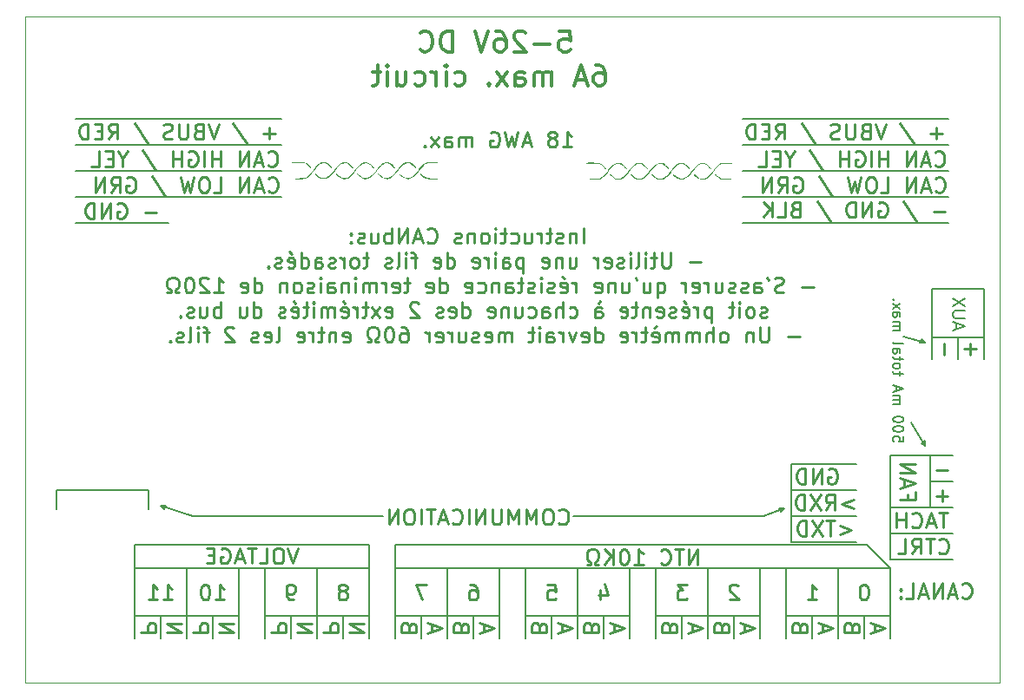
<source format=gbr>
%TF.GenerationSoftware,KiCad,Pcbnew,6.0.5-a6ca702e91~116~ubuntu20.04.1*%
%TF.CreationDate,2022-06-15T16:45:57-04:00*%
%TF.ProjectId,CAN-Acquisition-Module,43414e2d-4163-4717-9569-736974696f6e,rev?*%
%TF.SameCoordinates,Original*%
%TF.FileFunction,Legend,Bot*%
%TF.FilePolarity,Positive*%
%FSLAX46Y46*%
G04 Gerber Fmt 4.6, Leading zero omitted, Abs format (unit mm)*
G04 Created by KiCad (PCBNEW 6.0.5-a6ca702e91~116~ubuntu20.04.1) date 2022-06-15 16:45:57*
%MOMM*%
%LPD*%
G01*
G04 APERTURE LIST*
%ADD10C,0.150000*%
%TA.AperFunction,Profile*%
%ADD11C,0.100000*%
%TD*%
%ADD12C,0.250000*%
%ADD13C,0.200000*%
%ADD14C,0.300000*%
G04 APERTURE END LIST*
D10*
X110043000Y-37526000D02*
X89977000Y-37526000D01*
X91628000Y-85659000D02*
X91628000Y-78801000D01*
X32065000Y-73086000D02*
X32065000Y-71181000D01*
X53528000Y-76515000D02*
X53528000Y-78801000D01*
X78928000Y-85659000D02*
X78928000Y-78801000D01*
X66228000Y-85659000D02*
X66228000Y-78801000D01*
X113530000Y-58428000D02*
X113530000Y-51570000D01*
X30668000Y-83500000D02*
X40828000Y-83500000D01*
X43368000Y-85659000D02*
X43368000Y-78801000D01*
X56068000Y-76515000D02*
X56068000Y-78801000D01*
X33208000Y-85659000D02*
X33208000Y-83500000D01*
X101017000Y-73721000D02*
X94676000Y-73721000D01*
X101017000Y-71181000D02*
X94676000Y-71181000D01*
X76388000Y-85659000D02*
X76388000Y-83500000D01*
X53528000Y-85659000D02*
X53528000Y-78801000D01*
X68768000Y-85659000D02*
X68768000Y-78801000D01*
X110415000Y-67840000D02*
X104328000Y-67840000D01*
X92009000Y-73721000D02*
X94041000Y-72959000D01*
X40828000Y-78801000D02*
X43368000Y-78801000D01*
X108450000Y-56270000D02*
X113530000Y-56269000D01*
X33589000Y-73086000D02*
X33208000Y-72705000D01*
X71308000Y-85659000D02*
X71308000Y-83500000D01*
X36383000Y-73721000D02*
X33208000Y-72705000D01*
X110415000Y-78000000D02*
X104328000Y-78000000D01*
X38288000Y-85659000D02*
X38288000Y-83500000D01*
X107757000Y-66863000D02*
X107566500Y-66482000D01*
X110415000Y-70380000D02*
X108256000Y-70380000D01*
X56068000Y-83500000D02*
X66228000Y-83500000D01*
X35748000Y-85659000D02*
X35748000Y-78801000D01*
X110415000Y-75460000D02*
X104328000Y-75460000D01*
X106360000Y-64577000D02*
X107757000Y-66863000D01*
X30668000Y-85659000D02*
X30668000Y-78801000D01*
X96708000Y-85659000D02*
X96708000Y-83500000D01*
X32065000Y-71181000D02*
X23048000Y-71181000D01*
X89088000Y-85659000D02*
X89088000Y-83500000D01*
X110043000Y-40066000D02*
X89977000Y-40066000D01*
X81468000Y-85659000D02*
X81468000Y-78801000D01*
X104328000Y-78801000D02*
X94168000Y-78801000D01*
X45019000Y-42606000D02*
X24953000Y-42606000D01*
X33208000Y-72705000D02*
X33716000Y-72705000D01*
X56068000Y-85659000D02*
X56068000Y-78801000D01*
X73848000Y-85659000D02*
X73848000Y-78801000D01*
X108256000Y-72920000D02*
X108256000Y-67840000D01*
X104328000Y-85659000D02*
X104328000Y-78801000D01*
X93533000Y-72959000D02*
X94041000Y-72959000D01*
X110415000Y-72920000D02*
X104328000Y-72920000D01*
X33716000Y-72705000D02*
X33589000Y-73086000D01*
X50988000Y-85659000D02*
X50988000Y-83500000D01*
X63688000Y-85659000D02*
X63688000Y-83500000D01*
X78928000Y-78801000D02*
X81468000Y-78801000D01*
X102042000Y-76515000D02*
X56068000Y-76515000D01*
X107757000Y-56830000D02*
X107376000Y-56449000D01*
X99248000Y-85659000D02*
X99248000Y-78801000D01*
X48448000Y-85659000D02*
X48448000Y-78801000D01*
X107249000Y-56830000D02*
X107757000Y-56830000D01*
X53528000Y-76515000D02*
X30668000Y-76515000D01*
X81468000Y-83500000D02*
X91628000Y-83500000D01*
X101788000Y-85659000D02*
X101788000Y-83500000D01*
X45019000Y-37526000D02*
X24953000Y-37526000D01*
X105598000Y-56195000D02*
X107757000Y-56830000D01*
X94676000Y-68641000D02*
X94676000Y-76261000D01*
X94041000Y-72959000D02*
X93660000Y-73340000D01*
X84008000Y-85659000D02*
X84008000Y-83500000D01*
X43368000Y-83500000D02*
X53528000Y-83500000D01*
X107757000Y-66863000D02*
X107757000Y-66355000D01*
X101017000Y-76261000D02*
X94676000Y-76261000D01*
X110043000Y-34986000D02*
X89977000Y-34986000D01*
X107757000Y-66355000D02*
X107376000Y-66609000D01*
X113530000Y-51570000D02*
X108450000Y-51570000D01*
X93660000Y-73340000D02*
X93533000Y-72959000D01*
X110043000Y-42606000D02*
X89977000Y-42606000D01*
X33970000Y-45146000D02*
X24953000Y-45146000D01*
X68768000Y-83500000D02*
X78928000Y-83500000D01*
X104328000Y-78801000D02*
X102042000Y-76515000D01*
X45019000Y-34986000D02*
X24953000Y-34986000D01*
X40828000Y-78801000D02*
X30668000Y-78801000D01*
X91628000Y-78801000D02*
X94168000Y-78801000D01*
X110990000Y-58428000D02*
X110990000Y-56269000D01*
X104328000Y-67840000D02*
X104328000Y-78000000D01*
X61148000Y-85659000D02*
X61148000Y-78801000D01*
X94168000Y-85659000D02*
X94168000Y-78801000D01*
X36383000Y-73721000D02*
X54925000Y-73721000D01*
X73467000Y-73721000D02*
X92009000Y-73721000D01*
X30668000Y-76515000D02*
X30668000Y-78801000D01*
X40828000Y-85659000D02*
X40828000Y-78801000D01*
X58608000Y-85659000D02*
X58608000Y-83500000D01*
X86548000Y-85659000D02*
X86548000Y-78801000D01*
X66228000Y-78801000D02*
X68768000Y-78801000D01*
X101017000Y-68641000D02*
X94676000Y-68641000D01*
X107376000Y-56449000D02*
X107249000Y-56830000D01*
X45908000Y-85659000D02*
X45908000Y-83500000D01*
X66228000Y-78801000D02*
X56068000Y-78801000D01*
X78928000Y-78801000D02*
X68768000Y-78801000D01*
X91628000Y-78801000D02*
X81468000Y-78801000D01*
X94168000Y-83500000D02*
X104328000Y-83500000D01*
X53528000Y-78801000D02*
X43368000Y-78801000D01*
X108450000Y-58428000D02*
X108450000Y-51570000D01*
X110043000Y-45146000D02*
X89977000Y-45146000D01*
X45019000Y-40066000D02*
X24953000Y-40066000D01*
X107376000Y-66609000D02*
X107757000Y-66863000D01*
X23048000Y-71181000D02*
X23048000Y-73086000D01*
D11*
X20000000Y-90000000D02*
X115000000Y-90000000D01*
X115000000Y-90000000D02*
X115000000Y-25000000D01*
X115000000Y-25000000D02*
X20000000Y-25000000D01*
X20000000Y-25000000D02*
X20000000Y-90000000D01*
D12*
X109612857Y-57983428D02*
X109612857Y-56840571D01*
X97728000Y-85000142D02*
X97728000Y-84285857D01*
X97299428Y-85143000D02*
X98799428Y-84643000D01*
X97299428Y-84143000D01*
X59628000Y-85000142D02*
X59628000Y-84285857D01*
X59199428Y-85143000D02*
X60699428Y-84643000D01*
X59199428Y-84143000D01*
X109396357Y-36363142D02*
X108253500Y-36363142D01*
X108824928Y-36934571D02*
X108824928Y-35791714D01*
X105324928Y-35363142D02*
X106610642Y-37291714D01*
X103896357Y-35434571D02*
X103396357Y-36934571D01*
X102896357Y-35434571D01*
X101896357Y-36148857D02*
X101682071Y-36220285D01*
X101610642Y-36291714D01*
X101539214Y-36434571D01*
X101539214Y-36648857D01*
X101610642Y-36791714D01*
X101682071Y-36863142D01*
X101824928Y-36934571D01*
X102396357Y-36934571D01*
X102396357Y-35434571D01*
X101896357Y-35434571D01*
X101753500Y-35506000D01*
X101682071Y-35577428D01*
X101610642Y-35720285D01*
X101610642Y-35863142D01*
X101682071Y-36006000D01*
X101753500Y-36077428D01*
X101896357Y-36148857D01*
X102396357Y-36148857D01*
X100896357Y-35434571D02*
X100896357Y-36648857D01*
X100824928Y-36791714D01*
X100753500Y-36863142D01*
X100610642Y-36934571D01*
X100324928Y-36934571D01*
X100182071Y-36863142D01*
X100110642Y-36791714D01*
X100039214Y-36648857D01*
X100039214Y-35434571D01*
X99396357Y-36863142D02*
X99182071Y-36934571D01*
X98824928Y-36934571D01*
X98682071Y-36863142D01*
X98610642Y-36791714D01*
X98539214Y-36648857D01*
X98539214Y-36506000D01*
X98610642Y-36363142D01*
X98682071Y-36291714D01*
X98824928Y-36220285D01*
X99110642Y-36148857D01*
X99253500Y-36077428D01*
X99324928Y-36006000D01*
X99396357Y-35863142D01*
X99396357Y-35720285D01*
X99324928Y-35577428D01*
X99253500Y-35506000D01*
X99110642Y-35434571D01*
X98753500Y-35434571D01*
X98539214Y-35506000D01*
X95682071Y-35363142D02*
X96967785Y-37291714D01*
X93182071Y-36934571D02*
X93682071Y-36220285D01*
X94039214Y-36934571D02*
X94039214Y-35434571D01*
X93467785Y-35434571D01*
X93324928Y-35506000D01*
X93253500Y-35577428D01*
X93182071Y-35720285D01*
X93182071Y-35934571D01*
X93253500Y-36077428D01*
X93324928Y-36148857D01*
X93467785Y-36220285D01*
X94039214Y-36220285D01*
X92539214Y-36148857D02*
X92039214Y-36148857D01*
X91824928Y-36934571D02*
X92539214Y-36934571D01*
X92539214Y-35434571D01*
X91824928Y-35434571D01*
X91182071Y-36934571D02*
X91182071Y-35434571D01*
X90824928Y-35434571D01*
X90610642Y-35506000D01*
X90467785Y-35648857D01*
X90396357Y-35791714D01*
X90324928Y-36077428D01*
X90324928Y-36291714D01*
X90396357Y-36577428D01*
X90467785Y-36720285D01*
X90610642Y-36863142D01*
X90824928Y-36934571D01*
X91182071Y-36934571D01*
X72328000Y-85000142D02*
X72328000Y-84285857D01*
X71899428Y-85143000D02*
X73399428Y-84643000D01*
X71899428Y-84143000D01*
X33799428Y-85071571D02*
X35299428Y-85071571D01*
X33799428Y-84214428D01*
X35299428Y-84214428D01*
X89516571Y-80535428D02*
X89445142Y-80464000D01*
X89302285Y-80392571D01*
X88945142Y-80392571D01*
X88802285Y-80464000D01*
X88730857Y-80535428D01*
X88659428Y-80678285D01*
X88659428Y-80821142D01*
X88730857Y-81035428D01*
X89588000Y-81892571D01*
X88659428Y-81892571D01*
X51579428Y-85071571D02*
X53079428Y-85071571D01*
X51579428Y-84214428D01*
X53079428Y-84214428D01*
X99442285Y-74669571D02*
X100585142Y-75098142D01*
X99442285Y-75526714D01*
X98942285Y-74169571D02*
X98085142Y-74169571D01*
X98513714Y-75669571D02*
X98513714Y-74169571D01*
X97728000Y-74169571D02*
X96728000Y-75669571D01*
X96728000Y-74169571D02*
X97728000Y-75669571D01*
X96156571Y-75669571D02*
X96156571Y-74169571D01*
X95799428Y-74169571D01*
X95585142Y-74241000D01*
X95442285Y-74383857D01*
X95370857Y-74526714D01*
X95299428Y-74812428D01*
X95299428Y-75026714D01*
X95370857Y-75312428D01*
X95442285Y-75455285D01*
X95585142Y-75598142D01*
X95799428Y-75669571D01*
X96156571Y-75669571D01*
D10*
X105637619Y-65949380D02*
X105637619Y-66425571D01*
X105161428Y-66473190D01*
X105209047Y-66425571D01*
X105256666Y-66330333D01*
X105256666Y-66092238D01*
X105209047Y-65997000D01*
X105161428Y-65949380D01*
X105066190Y-65901761D01*
X104828095Y-65901761D01*
X104732857Y-65949380D01*
X104685238Y-65997000D01*
X104637619Y-66092238D01*
X104637619Y-66330333D01*
X104685238Y-66425571D01*
X104732857Y-66473190D01*
X105637619Y-65282714D02*
X105637619Y-65187476D01*
X105590000Y-65092238D01*
X105542380Y-65044619D01*
X105447142Y-64997000D01*
X105256666Y-64949380D01*
X105018571Y-64949380D01*
X104828095Y-64997000D01*
X104732857Y-65044619D01*
X104685238Y-65092238D01*
X104637619Y-65187476D01*
X104637619Y-65282714D01*
X104685238Y-65377952D01*
X104732857Y-65425571D01*
X104828095Y-65473190D01*
X105018571Y-65520809D01*
X105256666Y-65520809D01*
X105447142Y-65473190D01*
X105542380Y-65425571D01*
X105590000Y-65377952D01*
X105637619Y-65282714D01*
X105637619Y-64330333D02*
X105637619Y-64235095D01*
X105590000Y-64139857D01*
X105542380Y-64092238D01*
X105447142Y-64044619D01*
X105256666Y-63997000D01*
X105018571Y-63997000D01*
X104828095Y-64044619D01*
X104732857Y-64092238D01*
X104685238Y-64139857D01*
X104637619Y-64235095D01*
X104637619Y-64330333D01*
X104685238Y-64425571D01*
X104732857Y-64473190D01*
X104828095Y-64520809D01*
X105018571Y-64568428D01*
X105256666Y-64568428D01*
X105447142Y-64520809D01*
X105542380Y-64473190D01*
X105590000Y-64425571D01*
X105637619Y-64330333D01*
X104637619Y-62806523D02*
X105304285Y-62806523D01*
X105209047Y-62806523D02*
X105256666Y-62758904D01*
X105304285Y-62663666D01*
X105304285Y-62520809D01*
X105256666Y-62425571D01*
X105161428Y-62377952D01*
X104637619Y-62377952D01*
X105161428Y-62377952D02*
X105256666Y-62330333D01*
X105304285Y-62235095D01*
X105304285Y-62092238D01*
X105256666Y-61997000D01*
X105161428Y-61949380D01*
X104637619Y-61949380D01*
X104923333Y-61520809D02*
X104923333Y-61044619D01*
X104637619Y-61616047D02*
X105637619Y-61282714D01*
X104637619Y-60949380D01*
X105304285Y-59997000D02*
X105304285Y-59616047D01*
X105637619Y-59854142D02*
X104780476Y-59854142D01*
X104685238Y-59806523D01*
X104637619Y-59711285D01*
X104637619Y-59616047D01*
X104637619Y-59139857D02*
X104685238Y-59235095D01*
X104732857Y-59282714D01*
X104828095Y-59330333D01*
X105113809Y-59330333D01*
X105209047Y-59282714D01*
X105256666Y-59235095D01*
X105304285Y-59139857D01*
X105304285Y-58997000D01*
X105256666Y-58901761D01*
X105209047Y-58854142D01*
X105113809Y-58806523D01*
X104828095Y-58806523D01*
X104732857Y-58854142D01*
X104685238Y-58901761D01*
X104637619Y-58997000D01*
X104637619Y-59139857D01*
X105304285Y-58520809D02*
X105304285Y-58139857D01*
X105637619Y-58377952D02*
X104780476Y-58377952D01*
X104685238Y-58330333D01*
X104637619Y-58235095D01*
X104637619Y-58139857D01*
X104637619Y-57377952D02*
X105161428Y-57377952D01*
X105256666Y-57425571D01*
X105304285Y-57520809D01*
X105304285Y-57711285D01*
X105256666Y-57806523D01*
X104685238Y-57377952D02*
X104637619Y-57473190D01*
X104637619Y-57711285D01*
X104685238Y-57806523D01*
X104780476Y-57854142D01*
X104875714Y-57854142D01*
X104970952Y-57806523D01*
X105018571Y-57711285D01*
X105018571Y-57473190D01*
X105066190Y-57377952D01*
X104637619Y-56758904D02*
X104685238Y-56854142D01*
X104780476Y-56901761D01*
X105637619Y-56901761D01*
X104637619Y-55616047D02*
X105304285Y-55616047D01*
X105209047Y-55616047D02*
X105256666Y-55568428D01*
X105304285Y-55473190D01*
X105304285Y-55330333D01*
X105256666Y-55235095D01*
X105161428Y-55187476D01*
X104637619Y-55187476D01*
X105161428Y-55187476D02*
X105256666Y-55139857D01*
X105304285Y-55044619D01*
X105304285Y-54901761D01*
X105256666Y-54806523D01*
X105161428Y-54758904D01*
X104637619Y-54758904D01*
X104637619Y-53854142D02*
X105161428Y-53854142D01*
X105256666Y-53901761D01*
X105304285Y-53997000D01*
X105304285Y-54187476D01*
X105256666Y-54282714D01*
X104685238Y-53854142D02*
X104637619Y-53949380D01*
X104637619Y-54187476D01*
X104685238Y-54282714D01*
X104780476Y-54330333D01*
X104875714Y-54330333D01*
X104970952Y-54282714D01*
X105018571Y-54187476D01*
X105018571Y-53949380D01*
X105066190Y-53854142D01*
X104637619Y-53473190D02*
X105304285Y-52949380D01*
X105304285Y-53473190D02*
X104637619Y-52949380D01*
X104732857Y-52568428D02*
X104685238Y-52520809D01*
X104637619Y-52568428D01*
X104685238Y-52616047D01*
X104732857Y-52568428D01*
X104637619Y-52568428D01*
D12*
X102808000Y-85000142D02*
X102808000Y-84285857D01*
X102379428Y-85143000D02*
X103879428Y-84643000D01*
X102379428Y-84143000D01*
X108772000Y-41998714D02*
X108843428Y-42070142D01*
X109057714Y-42141571D01*
X109200571Y-42141571D01*
X109414857Y-42070142D01*
X109557714Y-41927285D01*
X109629142Y-41784428D01*
X109700571Y-41498714D01*
X109700571Y-41284428D01*
X109629142Y-40998714D01*
X109557714Y-40855857D01*
X109414857Y-40713000D01*
X109200571Y-40641571D01*
X109057714Y-40641571D01*
X108843428Y-40713000D01*
X108772000Y-40784428D01*
X108200571Y-41713000D02*
X107486285Y-41713000D01*
X108343428Y-42141571D02*
X107843428Y-40641571D01*
X107343428Y-42141571D01*
X106843428Y-42141571D02*
X106843428Y-40641571D01*
X105986285Y-42141571D01*
X105986285Y-40641571D01*
X103414857Y-42141571D02*
X104129142Y-42141571D01*
X104129142Y-40641571D01*
X102629142Y-40641571D02*
X102343428Y-40641571D01*
X102200571Y-40713000D01*
X102057714Y-40855857D01*
X101986285Y-41141571D01*
X101986285Y-41641571D01*
X102057714Y-41927285D01*
X102200571Y-42070142D01*
X102343428Y-42141571D01*
X102629142Y-42141571D01*
X102772000Y-42070142D01*
X102914857Y-41927285D01*
X102986285Y-41641571D01*
X102986285Y-41141571D01*
X102914857Y-40855857D01*
X102772000Y-40713000D01*
X102629142Y-40641571D01*
X101486285Y-40641571D02*
X101129142Y-42141571D01*
X100843428Y-41070142D01*
X100557714Y-42141571D01*
X100200571Y-40641571D01*
X97414857Y-40570142D02*
X98700571Y-42498714D01*
X94986285Y-40713000D02*
X95129142Y-40641571D01*
X95343428Y-40641571D01*
X95557714Y-40713000D01*
X95700571Y-40855857D01*
X95772000Y-40998714D01*
X95843428Y-41284428D01*
X95843428Y-41498714D01*
X95772000Y-41784428D01*
X95700571Y-41927285D01*
X95557714Y-42070142D01*
X95343428Y-42141571D01*
X95200571Y-42141571D01*
X94986285Y-42070142D01*
X94914857Y-41998714D01*
X94914857Y-41498714D01*
X95200571Y-41498714D01*
X93414857Y-42141571D02*
X93914857Y-41427285D01*
X94272000Y-42141571D02*
X94272000Y-40641571D01*
X93700571Y-40641571D01*
X93557714Y-40713000D01*
X93486285Y-40784428D01*
X93414857Y-40927285D01*
X93414857Y-41141571D01*
X93486285Y-41284428D01*
X93557714Y-41355857D01*
X93700571Y-41427285D01*
X94272000Y-41427285D01*
X92772000Y-42141571D02*
X92772000Y-40641571D01*
X91914857Y-42141571D01*
X91914857Y-40641571D01*
X100625142Y-84535857D02*
X100553714Y-84321571D01*
X100482285Y-84250142D01*
X100339428Y-84178714D01*
X100125142Y-84178714D01*
X99982285Y-84250142D01*
X99910857Y-84321571D01*
X99839428Y-84464428D01*
X99839428Y-85035857D01*
X101339428Y-85035857D01*
X101339428Y-84535857D01*
X101268000Y-84393000D01*
X101196571Y-84321571D01*
X101053714Y-84250142D01*
X100910857Y-84250142D01*
X100768000Y-84321571D01*
X100696571Y-84393000D01*
X100625142Y-84535857D01*
X100625142Y-85035857D01*
X46633714Y-76836571D02*
X46133714Y-78336571D01*
X45633714Y-76836571D01*
X44848000Y-76836571D02*
X44562285Y-76836571D01*
X44419428Y-76908000D01*
X44276571Y-77050857D01*
X44205142Y-77336571D01*
X44205142Y-77836571D01*
X44276571Y-78122285D01*
X44419428Y-78265142D01*
X44562285Y-78336571D01*
X44848000Y-78336571D01*
X44990857Y-78265142D01*
X45133714Y-78122285D01*
X45205142Y-77836571D01*
X45205142Y-77336571D01*
X45133714Y-77050857D01*
X44990857Y-76908000D01*
X44848000Y-76836571D01*
X42848000Y-78336571D02*
X43562285Y-78336571D01*
X43562285Y-76836571D01*
X42562285Y-76836571D02*
X41705142Y-76836571D01*
X42133714Y-78336571D02*
X42133714Y-76836571D01*
X41276571Y-77908000D02*
X40562285Y-77908000D01*
X41419428Y-78336571D02*
X40919428Y-76836571D01*
X40419428Y-78336571D01*
X39133714Y-76908000D02*
X39276571Y-76836571D01*
X39490857Y-76836571D01*
X39705142Y-76908000D01*
X39848000Y-77050857D01*
X39919428Y-77193714D01*
X39990857Y-77479428D01*
X39990857Y-77693714D01*
X39919428Y-77979428D01*
X39848000Y-78122285D01*
X39705142Y-78265142D01*
X39490857Y-78336571D01*
X39348000Y-78336571D01*
X39133714Y-78265142D01*
X39062285Y-78193714D01*
X39062285Y-77693714D01*
X39348000Y-77693714D01*
X38419428Y-77550857D02*
X37919428Y-77550857D01*
X37705142Y-78336571D02*
X38419428Y-78336571D01*
X38419428Y-76836571D01*
X37705142Y-76836571D01*
X36339428Y-85035857D02*
X37839428Y-85035857D01*
X37839428Y-84464428D01*
X37768000Y-84321571D01*
X37696571Y-84250142D01*
X37553714Y-84178714D01*
X37339428Y-84178714D01*
X37196571Y-84250142D01*
X37125142Y-84321571D01*
X37053714Y-84464428D01*
X37053714Y-85035857D01*
X109094285Y-77265714D02*
X109165714Y-77337142D01*
X109380000Y-77408571D01*
X109522857Y-77408571D01*
X109737142Y-77337142D01*
X109880000Y-77194285D01*
X109951428Y-77051428D01*
X110022857Y-76765714D01*
X110022857Y-76551428D01*
X109951428Y-76265714D01*
X109880000Y-76122857D01*
X109737142Y-75980000D01*
X109522857Y-75908571D01*
X109380000Y-75908571D01*
X109165714Y-75980000D01*
X109094285Y-76051428D01*
X108665714Y-75908571D02*
X107808571Y-75908571D01*
X108237142Y-77408571D02*
X108237142Y-75908571D01*
X106451428Y-77408571D02*
X106951428Y-76694285D01*
X107308571Y-77408571D02*
X107308571Y-75908571D01*
X106737142Y-75908571D01*
X106594285Y-75980000D01*
X106522857Y-76051428D01*
X106451428Y-76194285D01*
X106451428Y-76408571D01*
X106522857Y-76551428D01*
X106594285Y-76622857D01*
X106737142Y-76694285D01*
X107308571Y-76694285D01*
X105094285Y-77408571D02*
X105808571Y-77408571D01*
X105808571Y-75908571D01*
X100763714Y-72129571D02*
X99620857Y-72558142D01*
X100763714Y-72986714D01*
X98049428Y-73129571D02*
X98549428Y-72415285D01*
X98906571Y-73129571D02*
X98906571Y-71629571D01*
X98335142Y-71629571D01*
X98192285Y-71701000D01*
X98120857Y-71772428D01*
X98049428Y-71915285D01*
X98049428Y-72129571D01*
X98120857Y-72272428D01*
X98192285Y-72343857D01*
X98335142Y-72415285D01*
X98906571Y-72415285D01*
X97549428Y-71629571D02*
X96549428Y-73129571D01*
X96549428Y-71629571D02*
X97549428Y-73129571D01*
X95978000Y-73129571D02*
X95978000Y-71629571D01*
X95620857Y-71629571D01*
X95406571Y-71701000D01*
X95263714Y-71843857D01*
X95192285Y-71986714D01*
X95120857Y-72272428D01*
X95120857Y-72486714D01*
X95192285Y-72772428D01*
X95263714Y-72915285D01*
X95406571Y-73058142D01*
X95620857Y-73129571D01*
X95978000Y-73129571D01*
X108716428Y-39458714D02*
X108787857Y-39530142D01*
X109002142Y-39601571D01*
X109145000Y-39601571D01*
X109359285Y-39530142D01*
X109502142Y-39387285D01*
X109573571Y-39244428D01*
X109645000Y-38958714D01*
X109645000Y-38744428D01*
X109573571Y-38458714D01*
X109502142Y-38315857D01*
X109359285Y-38173000D01*
X109145000Y-38101571D01*
X109002142Y-38101571D01*
X108787857Y-38173000D01*
X108716428Y-38244428D01*
X108145000Y-39173000D02*
X107430714Y-39173000D01*
X108287857Y-39601571D02*
X107787857Y-38101571D01*
X107287857Y-39601571D01*
X106787857Y-39601571D02*
X106787857Y-38101571D01*
X105930714Y-39601571D01*
X105930714Y-38101571D01*
X104073571Y-39601571D02*
X104073571Y-38101571D01*
X104073571Y-38815857D02*
X103216428Y-38815857D01*
X103216428Y-39601571D02*
X103216428Y-38101571D01*
X102502142Y-39601571D02*
X102502142Y-38101571D01*
X101002142Y-38173000D02*
X101145000Y-38101571D01*
X101359285Y-38101571D01*
X101573571Y-38173000D01*
X101716428Y-38315857D01*
X101787857Y-38458714D01*
X101859285Y-38744428D01*
X101859285Y-38958714D01*
X101787857Y-39244428D01*
X101716428Y-39387285D01*
X101573571Y-39530142D01*
X101359285Y-39601571D01*
X101216428Y-39601571D01*
X101002142Y-39530142D01*
X100930714Y-39458714D01*
X100930714Y-38958714D01*
X101216428Y-38958714D01*
X100287857Y-39601571D02*
X100287857Y-38101571D01*
X100287857Y-38815857D02*
X99430714Y-38815857D01*
X99430714Y-39601571D02*
X99430714Y-38101571D01*
X96502142Y-38030142D02*
X97787857Y-39958714D01*
X94573571Y-38887285D02*
X94573571Y-39601571D01*
X95073571Y-38101571D02*
X94573571Y-38887285D01*
X94073571Y-38101571D01*
X93573571Y-38815857D02*
X93073571Y-38815857D01*
X92859285Y-39601571D02*
X93573571Y-39601571D01*
X93573571Y-38101571D01*
X92859285Y-38101571D01*
X91502142Y-39601571D02*
X92216428Y-39601571D01*
X92216428Y-38101571D01*
X38573714Y-81892571D02*
X39430857Y-81892571D01*
X39002285Y-81892571D02*
X39002285Y-80392571D01*
X39145142Y-80606857D01*
X39288000Y-80749714D01*
X39430857Y-80821142D01*
X37645142Y-80392571D02*
X37502285Y-80392571D01*
X37359428Y-80464000D01*
X37288000Y-80535428D01*
X37216571Y-80678285D01*
X37145142Y-80964000D01*
X37145142Y-81321142D01*
X37216571Y-81606857D01*
X37288000Y-81749714D01*
X37359428Y-81821142D01*
X37502285Y-81892571D01*
X37645142Y-81892571D01*
X37788000Y-81821142D01*
X37859428Y-81749714D01*
X37930857Y-81606857D01*
X38002285Y-81321142D01*
X38002285Y-80964000D01*
X37930857Y-80678285D01*
X37859428Y-80535428D01*
X37788000Y-80464000D01*
X37645142Y-80392571D01*
X109983142Y-73368571D02*
X109126000Y-73368571D01*
X109554571Y-74868571D02*
X109554571Y-73368571D01*
X108697428Y-74440000D02*
X107983142Y-74440000D01*
X108840285Y-74868571D02*
X108340285Y-73368571D01*
X107840285Y-74868571D01*
X106483142Y-74725714D02*
X106554571Y-74797142D01*
X106768857Y-74868571D01*
X106911714Y-74868571D01*
X107126000Y-74797142D01*
X107268857Y-74654285D01*
X107340285Y-74511428D01*
X107411714Y-74225714D01*
X107411714Y-74011428D01*
X107340285Y-73725714D01*
X107268857Y-73582857D01*
X107126000Y-73440000D01*
X106911714Y-73368571D01*
X106768857Y-73368571D01*
X106554571Y-73440000D01*
X106483142Y-73511428D01*
X105840285Y-74868571D02*
X105840285Y-73368571D01*
X105840285Y-74082857D02*
X104983142Y-74082857D01*
X104983142Y-74868571D02*
X104983142Y-73368571D01*
X43959428Y-85035857D02*
X45459428Y-85035857D01*
X45459428Y-84464428D01*
X45388000Y-84321571D01*
X45316571Y-84250142D01*
X45173714Y-84178714D01*
X44959428Y-84178714D01*
X44816571Y-84250142D01*
X44745142Y-84321571D01*
X44673714Y-84464428D01*
X44673714Y-85035857D01*
X82845142Y-84535857D02*
X82773714Y-84321571D01*
X82702285Y-84250142D01*
X82559428Y-84178714D01*
X82345142Y-84178714D01*
X82202285Y-84250142D01*
X82130857Y-84321571D01*
X82059428Y-84464428D01*
X82059428Y-85035857D01*
X83559428Y-85035857D01*
X83559428Y-84535857D01*
X83488000Y-84393000D01*
X83416571Y-84321571D01*
X83273714Y-84250142D01*
X83130857Y-84250142D01*
X82988000Y-84321571D01*
X82916571Y-84393000D01*
X82845142Y-84535857D01*
X82845142Y-85035857D01*
X64708000Y-85000142D02*
X64708000Y-84285857D01*
X64279428Y-85143000D02*
X65779428Y-84643000D01*
X64279428Y-84143000D01*
X111344428Y-81622714D02*
X111415857Y-81694142D01*
X111630142Y-81765571D01*
X111773000Y-81765571D01*
X111987285Y-81694142D01*
X112130142Y-81551285D01*
X112201571Y-81408428D01*
X112273000Y-81122714D01*
X112273000Y-80908428D01*
X112201571Y-80622714D01*
X112130142Y-80479857D01*
X111987285Y-80337000D01*
X111773000Y-80265571D01*
X111630142Y-80265571D01*
X111415857Y-80337000D01*
X111344428Y-80408428D01*
X110773000Y-81337000D02*
X110058714Y-81337000D01*
X110915857Y-81765571D02*
X110415857Y-80265571D01*
X109915857Y-81765571D01*
X109415857Y-81765571D02*
X109415857Y-80265571D01*
X108558714Y-81765571D01*
X108558714Y-80265571D01*
X107915857Y-81337000D02*
X107201571Y-81337000D01*
X108058714Y-81765571D02*
X107558714Y-80265571D01*
X107058714Y-81765571D01*
X105844428Y-81765571D02*
X106558714Y-81765571D01*
X106558714Y-80265571D01*
X105344428Y-81622714D02*
X105273000Y-81694142D01*
X105344428Y-81765571D01*
X105415857Y-81694142D01*
X105344428Y-81622714D01*
X105344428Y-81765571D01*
X105344428Y-80837000D02*
X105273000Y-80908428D01*
X105344428Y-80979857D01*
X105415857Y-80908428D01*
X105344428Y-80837000D01*
X105344428Y-80979857D01*
X112152857Y-57983428D02*
X112152857Y-56840571D01*
X111581428Y-57412000D02*
X112724285Y-57412000D01*
X109720428Y-43983142D02*
X108577571Y-43983142D01*
X105649000Y-42983142D02*
X106934714Y-44911714D01*
X103220428Y-43126000D02*
X103363285Y-43054571D01*
X103577571Y-43054571D01*
X103791857Y-43126000D01*
X103934714Y-43268857D01*
X104006142Y-43411714D01*
X104077571Y-43697428D01*
X104077571Y-43911714D01*
X104006142Y-44197428D01*
X103934714Y-44340285D01*
X103791857Y-44483142D01*
X103577571Y-44554571D01*
X103434714Y-44554571D01*
X103220428Y-44483142D01*
X103149000Y-44411714D01*
X103149000Y-43911714D01*
X103434714Y-43911714D01*
X102506142Y-44554571D02*
X102506142Y-43054571D01*
X101649000Y-44554571D01*
X101649000Y-43054571D01*
X100934714Y-44554571D02*
X100934714Y-43054571D01*
X100577571Y-43054571D01*
X100363285Y-43126000D01*
X100220428Y-43268857D01*
X100149000Y-43411714D01*
X100077571Y-43697428D01*
X100077571Y-43911714D01*
X100149000Y-44197428D01*
X100220428Y-44340285D01*
X100363285Y-44483142D01*
X100577571Y-44554571D01*
X100934714Y-44554571D01*
X97220428Y-42983142D02*
X98506142Y-44911714D01*
X95077571Y-43768857D02*
X94863285Y-43840285D01*
X94791857Y-43911714D01*
X94720428Y-44054571D01*
X94720428Y-44268857D01*
X94791857Y-44411714D01*
X94863285Y-44483142D01*
X95006142Y-44554571D01*
X95577571Y-44554571D01*
X95577571Y-43054571D01*
X95077571Y-43054571D01*
X94934714Y-43126000D01*
X94863285Y-43197428D01*
X94791857Y-43340285D01*
X94791857Y-43483142D01*
X94863285Y-43626000D01*
X94934714Y-43697428D01*
X95077571Y-43768857D01*
X95577571Y-43768857D01*
X93363285Y-44554571D02*
X94077571Y-44554571D01*
X94077571Y-43054571D01*
X92863285Y-44554571D02*
X92863285Y-43054571D01*
X92006142Y-44554571D02*
X92649000Y-43697428D01*
X92006142Y-43054571D02*
X92863285Y-43911714D01*
X57445142Y-84535857D02*
X57373714Y-84321571D01*
X57302285Y-84250142D01*
X57159428Y-84178714D01*
X56945142Y-84178714D01*
X56802285Y-84250142D01*
X56730857Y-84321571D01*
X56659428Y-84464428D01*
X56659428Y-85035857D01*
X58159428Y-85035857D01*
X58159428Y-84535857D01*
X58088000Y-84393000D01*
X58016571Y-84321571D01*
X57873714Y-84250142D01*
X57730857Y-84250142D01*
X57588000Y-84321571D01*
X57516571Y-84393000D01*
X57445142Y-84535857D01*
X57445142Y-85035857D01*
X33493714Y-81892571D02*
X34350857Y-81892571D01*
X33922285Y-81892571D02*
X33922285Y-80392571D01*
X34065142Y-80606857D01*
X34208000Y-80749714D01*
X34350857Y-80821142D01*
X32065142Y-81892571D02*
X32922285Y-81892571D01*
X32493714Y-81892571D02*
X32493714Y-80392571D01*
X32636571Y-80606857D01*
X32779428Y-80749714D01*
X32922285Y-80821142D01*
X43692428Y-39458714D02*
X43763857Y-39530142D01*
X43978142Y-39601571D01*
X44121000Y-39601571D01*
X44335285Y-39530142D01*
X44478142Y-39387285D01*
X44549571Y-39244428D01*
X44621000Y-38958714D01*
X44621000Y-38744428D01*
X44549571Y-38458714D01*
X44478142Y-38315857D01*
X44335285Y-38173000D01*
X44121000Y-38101571D01*
X43978142Y-38101571D01*
X43763857Y-38173000D01*
X43692428Y-38244428D01*
X43121000Y-39173000D02*
X42406714Y-39173000D01*
X43263857Y-39601571D02*
X42763857Y-38101571D01*
X42263857Y-39601571D01*
X41763857Y-39601571D02*
X41763857Y-38101571D01*
X40906714Y-39601571D01*
X40906714Y-38101571D01*
X39049571Y-39601571D02*
X39049571Y-38101571D01*
X39049571Y-38815857D02*
X38192428Y-38815857D01*
X38192428Y-39601571D02*
X38192428Y-38101571D01*
X37478142Y-39601571D02*
X37478142Y-38101571D01*
X35978142Y-38173000D02*
X36121000Y-38101571D01*
X36335285Y-38101571D01*
X36549571Y-38173000D01*
X36692428Y-38315857D01*
X36763857Y-38458714D01*
X36835285Y-38744428D01*
X36835285Y-38958714D01*
X36763857Y-39244428D01*
X36692428Y-39387285D01*
X36549571Y-39530142D01*
X36335285Y-39601571D01*
X36192428Y-39601571D01*
X35978142Y-39530142D01*
X35906714Y-39458714D01*
X35906714Y-38958714D01*
X36192428Y-38958714D01*
X35263857Y-39601571D02*
X35263857Y-38101571D01*
X35263857Y-38815857D02*
X34406714Y-38815857D01*
X34406714Y-39601571D02*
X34406714Y-38101571D01*
X31478142Y-38030142D02*
X32763857Y-39958714D01*
X29549571Y-38887285D02*
X29549571Y-39601571D01*
X30049571Y-38101571D02*
X29549571Y-38887285D01*
X29049571Y-38101571D01*
X28549571Y-38815857D02*
X28049571Y-38815857D01*
X27835285Y-39601571D02*
X28549571Y-39601571D01*
X28549571Y-38101571D01*
X27835285Y-38101571D01*
X26478142Y-39601571D02*
X27192428Y-39601571D01*
X27192428Y-38101571D01*
X96279428Y-81892571D02*
X97136571Y-81892571D01*
X96708000Y-81892571D02*
X96708000Y-80392571D01*
X96850857Y-80606857D01*
X96993714Y-80749714D01*
X97136571Y-80821142D01*
D13*
X110790000Y-55468714D02*
X110790000Y-54897285D01*
X110447142Y-55583000D02*
X111647142Y-55183000D01*
X110447142Y-54783000D01*
X111647142Y-54383000D02*
X110675714Y-54383000D01*
X110561428Y-54325857D01*
X110504285Y-54268714D01*
X110447142Y-54154428D01*
X110447142Y-53925857D01*
X110504285Y-53811571D01*
X110561428Y-53754428D01*
X110675714Y-53697285D01*
X111647142Y-53697285D01*
X111647142Y-53240142D02*
X110447142Y-52440142D01*
X111647142Y-52440142D02*
X110447142Y-53240142D01*
D12*
X76102285Y-80892571D02*
X76102285Y-81892571D01*
X76459428Y-80321142D02*
X76816571Y-81392571D01*
X75888000Y-81392571D01*
X84508000Y-80392571D02*
X83579428Y-80392571D01*
X84079428Y-80964000D01*
X83865142Y-80964000D01*
X83722285Y-81035428D01*
X83650857Y-81106857D01*
X83579428Y-81249714D01*
X83579428Y-81606857D01*
X83650857Y-81749714D01*
X83722285Y-81821142D01*
X83865142Y-81892571D01*
X84293714Y-81892571D01*
X84436571Y-81821142D01*
X84508000Y-81749714D01*
X72422428Y-37696571D02*
X73279571Y-37696571D01*
X72851000Y-37696571D02*
X72851000Y-36196571D01*
X72993857Y-36410857D01*
X73136714Y-36553714D01*
X73279571Y-36625142D01*
X71565285Y-36839428D02*
X71708142Y-36768000D01*
X71779571Y-36696571D01*
X71851000Y-36553714D01*
X71851000Y-36482285D01*
X71779571Y-36339428D01*
X71708142Y-36268000D01*
X71565285Y-36196571D01*
X71279571Y-36196571D01*
X71136714Y-36268000D01*
X71065285Y-36339428D01*
X70993857Y-36482285D01*
X70993857Y-36553714D01*
X71065285Y-36696571D01*
X71136714Y-36768000D01*
X71279571Y-36839428D01*
X71565285Y-36839428D01*
X71708142Y-36910857D01*
X71779571Y-36982285D01*
X71851000Y-37125142D01*
X71851000Y-37410857D01*
X71779571Y-37553714D01*
X71708142Y-37625142D01*
X71565285Y-37696571D01*
X71279571Y-37696571D01*
X71136714Y-37625142D01*
X71065285Y-37553714D01*
X70993857Y-37410857D01*
X70993857Y-37125142D01*
X71065285Y-36982285D01*
X71136714Y-36910857D01*
X71279571Y-36839428D01*
X69279571Y-37268000D02*
X68565285Y-37268000D01*
X69422428Y-37696571D02*
X68922428Y-36196571D01*
X68422428Y-37696571D01*
X68065285Y-36196571D02*
X67708142Y-37696571D01*
X67422428Y-36625142D01*
X67136714Y-37696571D01*
X66779571Y-36196571D01*
X65422428Y-36268000D02*
X65565285Y-36196571D01*
X65779571Y-36196571D01*
X65993857Y-36268000D01*
X66136714Y-36410857D01*
X66208142Y-36553714D01*
X66279571Y-36839428D01*
X66279571Y-37053714D01*
X66208142Y-37339428D01*
X66136714Y-37482285D01*
X65993857Y-37625142D01*
X65779571Y-37696571D01*
X65636714Y-37696571D01*
X65422428Y-37625142D01*
X65351000Y-37553714D01*
X65351000Y-37053714D01*
X65636714Y-37053714D01*
X63565285Y-37696571D02*
X63565285Y-36696571D01*
X63565285Y-36839428D02*
X63493857Y-36768000D01*
X63351000Y-36696571D01*
X63136714Y-36696571D01*
X62993857Y-36768000D01*
X62922428Y-36910857D01*
X62922428Y-37696571D01*
X62922428Y-36910857D02*
X62851000Y-36768000D01*
X62708142Y-36696571D01*
X62493857Y-36696571D01*
X62351000Y-36768000D01*
X62279571Y-36910857D01*
X62279571Y-37696571D01*
X60922428Y-37696571D02*
X60922428Y-36910857D01*
X60993857Y-36768000D01*
X61136714Y-36696571D01*
X61422428Y-36696571D01*
X61565285Y-36768000D01*
X60922428Y-37625142D02*
X61065285Y-37696571D01*
X61422428Y-37696571D01*
X61565285Y-37625142D01*
X61636714Y-37482285D01*
X61636714Y-37339428D01*
X61565285Y-37196571D01*
X61422428Y-37125142D01*
X61065285Y-37125142D01*
X60922428Y-37053714D01*
X60351000Y-37696571D02*
X59565285Y-36696571D01*
X60351000Y-36696571D02*
X59565285Y-37696571D01*
X58993857Y-37553714D02*
X58922428Y-37625142D01*
X58993857Y-37696571D01*
X59065285Y-37625142D01*
X58993857Y-37553714D01*
X58993857Y-37696571D01*
X109970428Y-69217142D02*
X108827571Y-69217142D01*
X90108000Y-85000142D02*
X90108000Y-84285857D01*
X89679428Y-85143000D02*
X91179428Y-84643000D01*
X89679428Y-84143000D01*
X95545142Y-84535857D02*
X95473714Y-84321571D01*
X95402285Y-84250142D01*
X95259428Y-84178714D01*
X95045142Y-84178714D01*
X94902285Y-84250142D01*
X94830857Y-84321571D01*
X94759428Y-84464428D01*
X94759428Y-85035857D01*
X96259428Y-85035857D01*
X96259428Y-84535857D01*
X96188000Y-84393000D01*
X96116571Y-84321571D01*
X95973714Y-84250142D01*
X95830857Y-84250142D01*
X95688000Y-84321571D01*
X95616571Y-84393000D01*
X95545142Y-84535857D01*
X95545142Y-85035857D01*
X51130857Y-81035428D02*
X51273714Y-80964000D01*
X51345142Y-80892571D01*
X51416571Y-80749714D01*
X51416571Y-80678285D01*
X51345142Y-80535428D01*
X51273714Y-80464000D01*
X51130857Y-80392571D01*
X50845142Y-80392571D01*
X50702285Y-80464000D01*
X50630857Y-80535428D01*
X50559428Y-80678285D01*
X50559428Y-80749714D01*
X50630857Y-80892571D01*
X50702285Y-80964000D01*
X50845142Y-81035428D01*
X51130857Y-81035428D01*
X51273714Y-81106857D01*
X51345142Y-81178285D01*
X51416571Y-81321142D01*
X51416571Y-81606857D01*
X51345142Y-81749714D01*
X51273714Y-81821142D01*
X51130857Y-81892571D01*
X50845142Y-81892571D01*
X50702285Y-81821142D01*
X50630857Y-81749714D01*
X50559428Y-81606857D01*
X50559428Y-81321142D01*
X50630857Y-81178285D01*
X50702285Y-81106857D01*
X50845142Y-81035428D01*
X38879428Y-85071571D02*
X40379428Y-85071571D01*
X38879428Y-84214428D01*
X40379428Y-84214428D01*
X46499428Y-85071571D02*
X47999428Y-85071571D01*
X46499428Y-84214428D01*
X47999428Y-84214428D01*
X70145142Y-84535857D02*
X70073714Y-84321571D01*
X70002285Y-84250142D01*
X69859428Y-84178714D01*
X69645142Y-84178714D01*
X69502285Y-84250142D01*
X69430857Y-84321571D01*
X69359428Y-84464428D01*
X69359428Y-85035857D01*
X70859428Y-85035857D01*
X70859428Y-84535857D01*
X70788000Y-84393000D01*
X70716571Y-84321571D01*
X70573714Y-84250142D01*
X70430857Y-84250142D01*
X70288000Y-84321571D01*
X70216571Y-84393000D01*
X70145142Y-84535857D01*
X70145142Y-85035857D01*
X59108000Y-80392571D02*
X58108000Y-80392571D01*
X58750857Y-81892571D01*
X85028000Y-85000142D02*
X85028000Y-84285857D01*
X84599428Y-85143000D02*
X86099428Y-84643000D01*
X84599428Y-84143000D01*
X85555142Y-78463571D02*
X85555142Y-76963571D01*
X84698000Y-78463571D01*
X84698000Y-76963571D01*
X84198000Y-76963571D02*
X83340857Y-76963571D01*
X83769428Y-78463571D02*
X83769428Y-76963571D01*
X81983714Y-78320714D02*
X82055142Y-78392142D01*
X82269428Y-78463571D01*
X82412285Y-78463571D01*
X82626571Y-78392142D01*
X82769428Y-78249285D01*
X82840857Y-78106428D01*
X82912285Y-77820714D01*
X82912285Y-77606428D01*
X82840857Y-77320714D01*
X82769428Y-77177857D01*
X82626571Y-77035000D01*
X82412285Y-76963571D01*
X82269428Y-76963571D01*
X82055142Y-77035000D01*
X81983714Y-77106428D01*
X79412285Y-78463571D02*
X80269428Y-78463571D01*
X79840857Y-78463571D02*
X79840857Y-76963571D01*
X79983714Y-77177857D01*
X80126571Y-77320714D01*
X80269428Y-77392142D01*
X78483714Y-76963571D02*
X78340857Y-76963571D01*
X78198000Y-77035000D01*
X78126571Y-77106428D01*
X78055142Y-77249285D01*
X77983714Y-77535000D01*
X77983714Y-77892142D01*
X78055142Y-78177857D01*
X78126571Y-78320714D01*
X78198000Y-78392142D01*
X78340857Y-78463571D01*
X78483714Y-78463571D01*
X78626571Y-78392142D01*
X78698000Y-78320714D01*
X78769428Y-78177857D01*
X78840857Y-77892142D01*
X78840857Y-77535000D01*
X78769428Y-77249285D01*
X78698000Y-77106428D01*
X78626571Y-77035000D01*
X78483714Y-76963571D01*
X77340857Y-78463571D02*
X77340857Y-76963571D01*
X76483714Y-78463571D02*
X77126571Y-77606428D01*
X76483714Y-76963571D02*
X77340857Y-77820714D01*
X75912285Y-78463571D02*
X75555142Y-78463571D01*
X75555142Y-78177857D01*
X75698000Y-78106428D01*
X75840857Y-77963571D01*
X75912285Y-77749285D01*
X75912285Y-77392142D01*
X75840857Y-77177857D01*
X75698000Y-77035000D01*
X75483714Y-76963571D01*
X75198000Y-76963571D01*
X74983714Y-77035000D01*
X74840857Y-77177857D01*
X74769428Y-77392142D01*
X74769428Y-77749285D01*
X74840857Y-77963571D01*
X74983714Y-78106428D01*
X75126571Y-78177857D01*
X75126571Y-78463571D01*
X74769428Y-78463571D01*
X49039428Y-85035857D02*
X50539428Y-85035857D01*
X50539428Y-84464428D01*
X50468000Y-84321571D01*
X50396571Y-84250142D01*
X50253714Y-84178714D01*
X50039428Y-84178714D01*
X49896571Y-84250142D01*
X49825142Y-84321571D01*
X49753714Y-84464428D01*
X49753714Y-85035857D01*
X32826571Y-44110142D02*
X31683714Y-44110142D01*
X29040857Y-43253000D02*
X29183714Y-43181571D01*
X29398000Y-43181571D01*
X29612285Y-43253000D01*
X29755142Y-43395857D01*
X29826571Y-43538714D01*
X29898000Y-43824428D01*
X29898000Y-44038714D01*
X29826571Y-44324428D01*
X29755142Y-44467285D01*
X29612285Y-44610142D01*
X29398000Y-44681571D01*
X29255142Y-44681571D01*
X29040857Y-44610142D01*
X28969428Y-44538714D01*
X28969428Y-44038714D01*
X29255142Y-44038714D01*
X28326571Y-44681571D02*
X28326571Y-43181571D01*
X27469428Y-44681571D01*
X27469428Y-43181571D01*
X26755142Y-44681571D02*
X26755142Y-43181571D01*
X26398000Y-43181571D01*
X26183714Y-43253000D01*
X26040857Y-43395857D01*
X25969428Y-43538714D01*
X25898000Y-43824428D01*
X25898000Y-44038714D01*
X25969428Y-44324428D01*
X26040857Y-44467285D01*
X26183714Y-44610142D01*
X26398000Y-44681571D01*
X26755142Y-44681571D01*
X106077142Y-71594285D02*
X106077142Y-72094285D01*
X105291428Y-72094285D02*
X106791428Y-72094285D01*
X106791428Y-71380000D01*
X105720000Y-70880000D02*
X105720000Y-70165714D01*
X105291428Y-71022857D02*
X106791428Y-70522857D01*
X105291428Y-70022857D01*
X105291428Y-69522857D02*
X106791428Y-69522857D01*
X105291428Y-68665714D01*
X106791428Y-68665714D01*
X44372357Y-36363142D02*
X43229500Y-36363142D01*
X43800928Y-36934571D02*
X43800928Y-35791714D01*
X40300928Y-35363142D02*
X41586642Y-37291714D01*
X38872357Y-35434571D02*
X38372357Y-36934571D01*
X37872357Y-35434571D01*
X36872357Y-36148857D02*
X36658071Y-36220285D01*
X36586642Y-36291714D01*
X36515214Y-36434571D01*
X36515214Y-36648857D01*
X36586642Y-36791714D01*
X36658071Y-36863142D01*
X36800928Y-36934571D01*
X37372357Y-36934571D01*
X37372357Y-35434571D01*
X36872357Y-35434571D01*
X36729500Y-35506000D01*
X36658071Y-35577428D01*
X36586642Y-35720285D01*
X36586642Y-35863142D01*
X36658071Y-36006000D01*
X36729500Y-36077428D01*
X36872357Y-36148857D01*
X37372357Y-36148857D01*
X35872357Y-35434571D02*
X35872357Y-36648857D01*
X35800928Y-36791714D01*
X35729500Y-36863142D01*
X35586642Y-36934571D01*
X35300928Y-36934571D01*
X35158071Y-36863142D01*
X35086642Y-36791714D01*
X35015214Y-36648857D01*
X35015214Y-35434571D01*
X34372357Y-36863142D02*
X34158071Y-36934571D01*
X33800928Y-36934571D01*
X33658071Y-36863142D01*
X33586642Y-36791714D01*
X33515214Y-36648857D01*
X33515214Y-36506000D01*
X33586642Y-36363142D01*
X33658071Y-36291714D01*
X33800928Y-36220285D01*
X34086642Y-36148857D01*
X34229500Y-36077428D01*
X34300928Y-36006000D01*
X34372357Y-35863142D01*
X34372357Y-35720285D01*
X34300928Y-35577428D01*
X34229500Y-35506000D01*
X34086642Y-35434571D01*
X33729500Y-35434571D01*
X33515214Y-35506000D01*
X30658071Y-35363142D02*
X31943785Y-37291714D01*
X28158071Y-36934571D02*
X28658071Y-36220285D01*
X29015214Y-36934571D02*
X29015214Y-35434571D01*
X28443785Y-35434571D01*
X28300928Y-35506000D01*
X28229500Y-35577428D01*
X28158071Y-35720285D01*
X28158071Y-35934571D01*
X28229500Y-36077428D01*
X28300928Y-36148857D01*
X28443785Y-36220285D01*
X29015214Y-36220285D01*
X27515214Y-36148857D02*
X27015214Y-36148857D01*
X26800928Y-36934571D02*
X27515214Y-36934571D01*
X27515214Y-35434571D01*
X26800928Y-35434571D01*
X26158071Y-36934571D02*
X26158071Y-35434571D01*
X25800928Y-35434571D01*
X25586642Y-35506000D01*
X25443785Y-35648857D01*
X25372357Y-35791714D01*
X25300928Y-36077428D01*
X25300928Y-36291714D01*
X25372357Y-36577428D01*
X25443785Y-36720285D01*
X25586642Y-36863142D01*
X25800928Y-36934571D01*
X26158071Y-36934571D01*
X46193714Y-81892571D02*
X45908000Y-81892571D01*
X45765142Y-81821142D01*
X45693714Y-81749714D01*
X45550857Y-81535428D01*
X45479428Y-81249714D01*
X45479428Y-80678285D01*
X45550857Y-80535428D01*
X45622285Y-80464000D01*
X45765142Y-80392571D01*
X46050857Y-80392571D01*
X46193714Y-80464000D01*
X46265142Y-80535428D01*
X46336571Y-80678285D01*
X46336571Y-81035428D01*
X46265142Y-81178285D01*
X46193714Y-81249714D01*
X46050857Y-81321142D01*
X45765142Y-81321142D01*
X45622285Y-81249714D01*
X45550857Y-81178285D01*
X45479428Y-81035428D01*
X109970428Y-71757142D02*
X108827571Y-71757142D01*
X109399000Y-72328571D02*
X109399000Y-71185714D01*
D14*
X72132714Y-26397761D02*
X73085095Y-26397761D01*
X73180333Y-27350142D01*
X73085095Y-27254904D01*
X72894619Y-27159666D01*
X72418428Y-27159666D01*
X72227952Y-27254904D01*
X72132714Y-27350142D01*
X72037476Y-27540619D01*
X72037476Y-28016809D01*
X72132714Y-28207285D01*
X72227952Y-28302523D01*
X72418428Y-28397761D01*
X72894619Y-28397761D01*
X73085095Y-28302523D01*
X73180333Y-28207285D01*
X71180333Y-27635857D02*
X69656523Y-27635857D01*
X68799380Y-26588238D02*
X68704142Y-26493000D01*
X68513666Y-26397761D01*
X68037476Y-26397761D01*
X67847000Y-26493000D01*
X67751761Y-26588238D01*
X67656523Y-26778714D01*
X67656523Y-26969190D01*
X67751761Y-27254904D01*
X68894619Y-28397761D01*
X67656523Y-28397761D01*
X65942238Y-26397761D02*
X66323190Y-26397761D01*
X66513666Y-26493000D01*
X66608904Y-26588238D01*
X66799380Y-26873952D01*
X66894619Y-27254904D01*
X66894619Y-28016809D01*
X66799380Y-28207285D01*
X66704142Y-28302523D01*
X66513666Y-28397761D01*
X66132714Y-28397761D01*
X65942238Y-28302523D01*
X65847000Y-28207285D01*
X65751761Y-28016809D01*
X65751761Y-27540619D01*
X65847000Y-27350142D01*
X65942238Y-27254904D01*
X66132714Y-27159666D01*
X66513666Y-27159666D01*
X66704142Y-27254904D01*
X66799380Y-27350142D01*
X66894619Y-27540619D01*
X65180333Y-26397761D02*
X64513666Y-28397761D01*
X63847000Y-26397761D01*
X61656523Y-28397761D02*
X61656523Y-26397761D01*
X61180333Y-26397761D01*
X60894619Y-26493000D01*
X60704142Y-26683476D01*
X60608904Y-26873952D01*
X60513666Y-27254904D01*
X60513666Y-27540619D01*
X60608904Y-27921571D01*
X60704142Y-28112047D01*
X60894619Y-28302523D01*
X61180333Y-28397761D01*
X61656523Y-28397761D01*
X58513666Y-28207285D02*
X58608904Y-28302523D01*
X58894619Y-28397761D01*
X59085095Y-28397761D01*
X59370809Y-28302523D01*
X59561285Y-28112047D01*
X59656523Y-27921571D01*
X59751761Y-27540619D01*
X59751761Y-27254904D01*
X59656523Y-26873952D01*
X59561285Y-26683476D01*
X59370809Y-26493000D01*
X59085095Y-26397761D01*
X58894619Y-26397761D01*
X58608904Y-26493000D01*
X58513666Y-26588238D01*
D12*
X31259428Y-85035857D02*
X32759428Y-85035857D01*
X32759428Y-84464428D01*
X32688000Y-84321571D01*
X32616571Y-84250142D01*
X32473714Y-84178714D01*
X32259428Y-84178714D01*
X32116571Y-84250142D01*
X32045142Y-84321571D01*
X31973714Y-84464428D01*
X31973714Y-85035857D01*
X43748000Y-41998714D02*
X43819428Y-42070142D01*
X44033714Y-42141571D01*
X44176571Y-42141571D01*
X44390857Y-42070142D01*
X44533714Y-41927285D01*
X44605142Y-41784428D01*
X44676571Y-41498714D01*
X44676571Y-41284428D01*
X44605142Y-40998714D01*
X44533714Y-40855857D01*
X44390857Y-40713000D01*
X44176571Y-40641571D01*
X44033714Y-40641571D01*
X43819428Y-40713000D01*
X43748000Y-40784428D01*
X43176571Y-41713000D02*
X42462285Y-41713000D01*
X43319428Y-42141571D02*
X42819428Y-40641571D01*
X42319428Y-42141571D01*
X41819428Y-42141571D02*
X41819428Y-40641571D01*
X40962285Y-42141571D01*
X40962285Y-40641571D01*
X38390857Y-42141571D02*
X39105142Y-42141571D01*
X39105142Y-40641571D01*
X37605142Y-40641571D02*
X37319428Y-40641571D01*
X37176571Y-40713000D01*
X37033714Y-40855857D01*
X36962285Y-41141571D01*
X36962285Y-41641571D01*
X37033714Y-41927285D01*
X37176571Y-42070142D01*
X37319428Y-42141571D01*
X37605142Y-42141571D01*
X37748000Y-42070142D01*
X37890857Y-41927285D01*
X37962285Y-41641571D01*
X37962285Y-41141571D01*
X37890857Y-40855857D01*
X37748000Y-40713000D01*
X37605142Y-40641571D01*
X36462285Y-40641571D02*
X36105142Y-42141571D01*
X35819428Y-41070142D01*
X35533714Y-42141571D01*
X35176571Y-40641571D01*
X32390857Y-40570142D02*
X33676571Y-42498714D01*
X29962285Y-40713000D02*
X30105142Y-40641571D01*
X30319428Y-40641571D01*
X30533714Y-40713000D01*
X30676571Y-40855857D01*
X30748000Y-40998714D01*
X30819428Y-41284428D01*
X30819428Y-41498714D01*
X30748000Y-41784428D01*
X30676571Y-41927285D01*
X30533714Y-42070142D01*
X30319428Y-42141571D01*
X30176571Y-42141571D01*
X29962285Y-42070142D01*
X29890857Y-41998714D01*
X29890857Y-41498714D01*
X30176571Y-41498714D01*
X28390857Y-42141571D02*
X28890857Y-41427285D01*
X29248000Y-42141571D02*
X29248000Y-40641571D01*
X28676571Y-40641571D01*
X28533714Y-40713000D01*
X28462285Y-40784428D01*
X28390857Y-40927285D01*
X28390857Y-41141571D01*
X28462285Y-41284428D01*
X28533714Y-41355857D01*
X28676571Y-41427285D01*
X29248000Y-41427285D01*
X27748000Y-42141571D02*
X27748000Y-40641571D01*
X26890857Y-42141571D01*
X26890857Y-40641571D01*
X75225142Y-84535857D02*
X75153714Y-84321571D01*
X75082285Y-84250142D01*
X74939428Y-84178714D01*
X74725142Y-84178714D01*
X74582285Y-84250142D01*
X74510857Y-84321571D01*
X74439428Y-84464428D01*
X74439428Y-85035857D01*
X75939428Y-85035857D01*
X75939428Y-84535857D01*
X75868000Y-84393000D01*
X75796571Y-84321571D01*
X75653714Y-84250142D01*
X75510857Y-84250142D01*
X75368000Y-84321571D01*
X75296571Y-84393000D01*
X75225142Y-84535857D01*
X75225142Y-85035857D01*
X98358857Y-69161000D02*
X98501714Y-69089571D01*
X98716000Y-69089571D01*
X98930285Y-69161000D01*
X99073142Y-69303857D01*
X99144571Y-69446714D01*
X99216000Y-69732428D01*
X99216000Y-69946714D01*
X99144571Y-70232428D01*
X99073142Y-70375285D01*
X98930285Y-70518142D01*
X98716000Y-70589571D01*
X98573142Y-70589571D01*
X98358857Y-70518142D01*
X98287428Y-70446714D01*
X98287428Y-69946714D01*
X98573142Y-69946714D01*
X97644571Y-70589571D02*
X97644571Y-69089571D01*
X96787428Y-70589571D01*
X96787428Y-69089571D01*
X96073142Y-70589571D02*
X96073142Y-69089571D01*
X95716000Y-69089571D01*
X95501714Y-69161000D01*
X95358857Y-69303857D01*
X95287428Y-69446714D01*
X95216000Y-69732428D01*
X95216000Y-69946714D01*
X95287428Y-70232428D01*
X95358857Y-70375285D01*
X95501714Y-70518142D01*
X95716000Y-70589571D01*
X96073142Y-70589571D01*
X72053142Y-74383714D02*
X72124571Y-74455142D01*
X72338857Y-74526571D01*
X72481714Y-74526571D01*
X72696000Y-74455142D01*
X72838857Y-74312285D01*
X72910285Y-74169428D01*
X72981714Y-73883714D01*
X72981714Y-73669428D01*
X72910285Y-73383714D01*
X72838857Y-73240857D01*
X72696000Y-73098000D01*
X72481714Y-73026571D01*
X72338857Y-73026571D01*
X72124571Y-73098000D01*
X72053142Y-73169428D01*
X71124571Y-73026571D02*
X70838857Y-73026571D01*
X70696000Y-73098000D01*
X70553142Y-73240857D01*
X70481714Y-73526571D01*
X70481714Y-74026571D01*
X70553142Y-74312285D01*
X70696000Y-74455142D01*
X70838857Y-74526571D01*
X71124571Y-74526571D01*
X71267428Y-74455142D01*
X71410285Y-74312285D01*
X71481714Y-74026571D01*
X71481714Y-73526571D01*
X71410285Y-73240857D01*
X71267428Y-73098000D01*
X71124571Y-73026571D01*
X69838857Y-74526571D02*
X69838857Y-73026571D01*
X69338857Y-74098000D01*
X68838857Y-73026571D01*
X68838857Y-74526571D01*
X68124571Y-74526571D02*
X68124571Y-73026571D01*
X67624571Y-74098000D01*
X67124571Y-73026571D01*
X67124571Y-74526571D01*
X66410285Y-73026571D02*
X66410285Y-74240857D01*
X66338857Y-74383714D01*
X66267428Y-74455142D01*
X66124571Y-74526571D01*
X65838857Y-74526571D01*
X65696000Y-74455142D01*
X65624571Y-74383714D01*
X65553142Y-74240857D01*
X65553142Y-73026571D01*
X64838857Y-74526571D02*
X64838857Y-73026571D01*
X63981714Y-74526571D01*
X63981714Y-73026571D01*
X63267428Y-74526571D02*
X63267428Y-73026571D01*
X61696000Y-74383714D02*
X61767428Y-74455142D01*
X61981714Y-74526571D01*
X62124571Y-74526571D01*
X62338857Y-74455142D01*
X62481714Y-74312285D01*
X62553142Y-74169428D01*
X62624571Y-73883714D01*
X62624571Y-73669428D01*
X62553142Y-73383714D01*
X62481714Y-73240857D01*
X62338857Y-73098000D01*
X62124571Y-73026571D01*
X61981714Y-73026571D01*
X61767428Y-73098000D01*
X61696000Y-73169428D01*
X61124571Y-74098000D02*
X60410285Y-74098000D01*
X61267428Y-74526571D02*
X60767428Y-73026571D01*
X60267428Y-74526571D01*
X59981714Y-73026571D02*
X59124571Y-73026571D01*
X59553142Y-74526571D02*
X59553142Y-73026571D01*
X58624571Y-74526571D02*
X58624571Y-73026571D01*
X57624571Y-73026571D02*
X57338857Y-73026571D01*
X57196000Y-73098000D01*
X57053142Y-73240857D01*
X56981714Y-73526571D01*
X56981714Y-74026571D01*
X57053142Y-74312285D01*
X57196000Y-74455142D01*
X57338857Y-74526571D01*
X57624571Y-74526571D01*
X57767428Y-74455142D01*
X57910285Y-74312285D01*
X57981714Y-74026571D01*
X57981714Y-73526571D01*
X57910285Y-73240857D01*
X57767428Y-73098000D01*
X57624571Y-73026571D01*
X56338857Y-74526571D02*
X56338857Y-73026571D01*
X55481714Y-74526571D01*
X55481714Y-73026571D01*
X62525142Y-84535857D02*
X62453714Y-84321571D01*
X62382285Y-84250142D01*
X62239428Y-84178714D01*
X62025142Y-84178714D01*
X61882285Y-84250142D01*
X61810857Y-84321571D01*
X61739428Y-84464428D01*
X61739428Y-85035857D01*
X63239428Y-85035857D01*
X63239428Y-84535857D01*
X63168000Y-84393000D01*
X63096571Y-84321571D01*
X62953714Y-84250142D01*
X62810857Y-84250142D01*
X62668000Y-84321571D01*
X62596571Y-84393000D01*
X62525142Y-84535857D01*
X62525142Y-85035857D01*
X101859428Y-80392571D02*
X101716571Y-80392571D01*
X101573714Y-80464000D01*
X101502285Y-80535428D01*
X101430857Y-80678285D01*
X101359428Y-80964000D01*
X101359428Y-81321142D01*
X101430857Y-81606857D01*
X101502285Y-81749714D01*
X101573714Y-81821142D01*
X101716571Y-81892571D01*
X101859428Y-81892571D01*
X102002285Y-81821142D01*
X102073714Y-81749714D01*
X102145142Y-81606857D01*
X102216571Y-81321142D01*
X102216571Y-80964000D01*
X102145142Y-80678285D01*
X102073714Y-80535428D01*
X102002285Y-80464000D01*
X101859428Y-80392571D01*
D14*
X75624714Y-29699761D02*
X76005666Y-29699761D01*
X76196142Y-29795000D01*
X76291380Y-29890238D01*
X76481857Y-30175952D01*
X76577095Y-30556904D01*
X76577095Y-31318809D01*
X76481857Y-31509285D01*
X76386619Y-31604523D01*
X76196142Y-31699761D01*
X75815190Y-31699761D01*
X75624714Y-31604523D01*
X75529476Y-31509285D01*
X75434238Y-31318809D01*
X75434238Y-30842619D01*
X75529476Y-30652142D01*
X75624714Y-30556904D01*
X75815190Y-30461666D01*
X76196142Y-30461666D01*
X76386619Y-30556904D01*
X76481857Y-30652142D01*
X76577095Y-30842619D01*
X74672333Y-31128333D02*
X73719952Y-31128333D01*
X74862809Y-31699761D02*
X74196142Y-29699761D01*
X73529476Y-31699761D01*
X71339000Y-31699761D02*
X71339000Y-30366428D01*
X71339000Y-30556904D02*
X71243761Y-30461666D01*
X71053285Y-30366428D01*
X70767571Y-30366428D01*
X70577095Y-30461666D01*
X70481857Y-30652142D01*
X70481857Y-31699761D01*
X70481857Y-30652142D02*
X70386619Y-30461666D01*
X70196142Y-30366428D01*
X69910428Y-30366428D01*
X69719952Y-30461666D01*
X69624714Y-30652142D01*
X69624714Y-31699761D01*
X67815190Y-31699761D02*
X67815190Y-30652142D01*
X67910428Y-30461666D01*
X68100904Y-30366428D01*
X68481857Y-30366428D01*
X68672333Y-30461666D01*
X67815190Y-31604523D02*
X68005666Y-31699761D01*
X68481857Y-31699761D01*
X68672333Y-31604523D01*
X68767571Y-31414047D01*
X68767571Y-31223571D01*
X68672333Y-31033095D01*
X68481857Y-30937857D01*
X68005666Y-30937857D01*
X67815190Y-30842619D01*
X67053285Y-31699761D02*
X66005666Y-30366428D01*
X67053285Y-30366428D02*
X66005666Y-31699761D01*
X65243761Y-31509285D02*
X65148523Y-31604523D01*
X65243761Y-31699761D01*
X65339000Y-31604523D01*
X65243761Y-31509285D01*
X65243761Y-31699761D01*
X61910428Y-31604523D02*
X62100904Y-31699761D01*
X62481857Y-31699761D01*
X62672333Y-31604523D01*
X62767571Y-31509285D01*
X62862809Y-31318809D01*
X62862809Y-30747380D01*
X62767571Y-30556904D01*
X62672333Y-30461666D01*
X62481857Y-30366428D01*
X62100904Y-30366428D01*
X61910428Y-30461666D01*
X61053285Y-31699761D02*
X61053285Y-30366428D01*
X61053285Y-29699761D02*
X61148523Y-29795000D01*
X61053285Y-29890238D01*
X60958047Y-29795000D01*
X61053285Y-29699761D01*
X61053285Y-29890238D01*
X60100904Y-31699761D02*
X60100904Y-30366428D01*
X60100904Y-30747380D02*
X60005666Y-30556904D01*
X59910428Y-30461666D01*
X59719952Y-30366428D01*
X59529476Y-30366428D01*
X58005666Y-31604523D02*
X58196142Y-31699761D01*
X58577095Y-31699761D01*
X58767571Y-31604523D01*
X58862809Y-31509285D01*
X58958047Y-31318809D01*
X58958047Y-30747380D01*
X58862809Y-30556904D01*
X58767571Y-30461666D01*
X58577095Y-30366428D01*
X58196142Y-30366428D01*
X58005666Y-30461666D01*
X56291380Y-30366428D02*
X56291380Y-31699761D01*
X57148523Y-30366428D02*
X57148523Y-31414047D01*
X57053285Y-31604523D01*
X56862809Y-31699761D01*
X56577095Y-31699761D01*
X56386619Y-31604523D01*
X56291380Y-31509285D01*
X55339000Y-31699761D02*
X55339000Y-30366428D01*
X55339000Y-29699761D02*
X55434238Y-29795000D01*
X55339000Y-29890238D01*
X55243761Y-29795000D01*
X55339000Y-29699761D01*
X55339000Y-29890238D01*
X54672333Y-30366428D02*
X53910428Y-30366428D01*
X54386619Y-29699761D02*
X54386619Y-31414047D01*
X54291380Y-31604523D01*
X54100904Y-31699761D01*
X53910428Y-31699761D01*
D12*
X63402285Y-80392571D02*
X63688000Y-80392571D01*
X63830857Y-80464000D01*
X63902285Y-80535428D01*
X64045142Y-80749714D01*
X64116571Y-81035428D01*
X64116571Y-81606857D01*
X64045142Y-81749714D01*
X63973714Y-81821142D01*
X63830857Y-81892571D01*
X63545142Y-81892571D01*
X63402285Y-81821142D01*
X63330857Y-81749714D01*
X63259428Y-81606857D01*
X63259428Y-81249714D01*
X63330857Y-81106857D01*
X63402285Y-81035428D01*
X63545142Y-80964000D01*
X63830857Y-80964000D01*
X63973714Y-81035428D01*
X64045142Y-81106857D01*
X64116571Y-81249714D01*
X70950857Y-80392571D02*
X71665142Y-80392571D01*
X71736571Y-81106857D01*
X71665142Y-81035428D01*
X71522285Y-80964000D01*
X71165142Y-80964000D01*
X71022285Y-81035428D01*
X70950857Y-81106857D01*
X70879428Y-81249714D01*
X70879428Y-81606857D01*
X70950857Y-81749714D01*
X71022285Y-81821142D01*
X71165142Y-81892571D01*
X71522285Y-81892571D01*
X71665142Y-81821142D01*
X71736571Y-81749714D01*
X77408000Y-85000142D02*
X77408000Y-84285857D01*
X76979428Y-85143000D02*
X78479428Y-84643000D01*
X76979428Y-84143000D01*
X87925142Y-84535857D02*
X87853714Y-84321571D01*
X87782285Y-84250142D01*
X87639428Y-84178714D01*
X87425142Y-84178714D01*
X87282285Y-84250142D01*
X87210857Y-84321571D01*
X87139428Y-84464428D01*
X87139428Y-85035857D01*
X88639428Y-85035857D01*
X88639428Y-84535857D01*
X88568000Y-84393000D01*
X88496571Y-84321571D01*
X88353714Y-84250142D01*
X88210857Y-84250142D01*
X88068000Y-84321571D01*
X87996571Y-84393000D01*
X87925142Y-84535857D01*
X87925142Y-85035857D01*
X74438142Y-47090571D02*
X74438142Y-45590571D01*
X73723857Y-46090571D02*
X73723857Y-47090571D01*
X73723857Y-46233428D02*
X73652428Y-46162000D01*
X73509571Y-46090571D01*
X73295285Y-46090571D01*
X73152428Y-46162000D01*
X73081000Y-46304857D01*
X73081000Y-47090571D01*
X72438142Y-47019142D02*
X72295285Y-47090571D01*
X72009571Y-47090571D01*
X71866714Y-47019142D01*
X71795285Y-46876285D01*
X71795285Y-46804857D01*
X71866714Y-46662000D01*
X72009571Y-46590571D01*
X72223857Y-46590571D01*
X72366714Y-46519142D01*
X72438142Y-46376285D01*
X72438142Y-46304857D01*
X72366714Y-46162000D01*
X72223857Y-46090571D01*
X72009571Y-46090571D01*
X71866714Y-46162000D01*
X71366714Y-46090571D02*
X70795285Y-46090571D01*
X71152428Y-45590571D02*
X71152428Y-46876285D01*
X71081000Y-47019142D01*
X70938142Y-47090571D01*
X70795285Y-47090571D01*
X70295285Y-47090571D02*
X70295285Y-46090571D01*
X70295285Y-46376285D02*
X70223857Y-46233428D01*
X70152428Y-46162000D01*
X70009571Y-46090571D01*
X69866714Y-46090571D01*
X68723857Y-46090571D02*
X68723857Y-47090571D01*
X69366714Y-46090571D02*
X69366714Y-46876285D01*
X69295285Y-47019142D01*
X69152428Y-47090571D01*
X68938142Y-47090571D01*
X68795285Y-47019142D01*
X68723857Y-46947714D01*
X67366714Y-47019142D02*
X67509571Y-47090571D01*
X67795285Y-47090571D01*
X67938142Y-47019142D01*
X68009571Y-46947714D01*
X68081000Y-46804857D01*
X68081000Y-46376285D01*
X68009571Y-46233428D01*
X67938142Y-46162000D01*
X67795285Y-46090571D01*
X67509571Y-46090571D01*
X67366714Y-46162000D01*
X66938142Y-46090571D02*
X66366714Y-46090571D01*
X66723857Y-45590571D02*
X66723857Y-46876285D01*
X66652428Y-47019142D01*
X66509571Y-47090571D01*
X66366714Y-47090571D01*
X65866714Y-47090571D02*
X65866714Y-46090571D01*
X65866714Y-45590571D02*
X65938142Y-45662000D01*
X65866714Y-45733428D01*
X65795285Y-45662000D01*
X65866714Y-45590571D01*
X65866714Y-45733428D01*
X64938142Y-47090571D02*
X65081000Y-47019142D01*
X65152428Y-46947714D01*
X65223857Y-46804857D01*
X65223857Y-46376285D01*
X65152428Y-46233428D01*
X65081000Y-46162000D01*
X64938142Y-46090571D01*
X64723857Y-46090571D01*
X64581000Y-46162000D01*
X64509571Y-46233428D01*
X64438142Y-46376285D01*
X64438142Y-46804857D01*
X64509571Y-46947714D01*
X64581000Y-47019142D01*
X64723857Y-47090571D01*
X64938142Y-47090571D01*
X63795285Y-46090571D02*
X63795285Y-47090571D01*
X63795285Y-46233428D02*
X63723857Y-46162000D01*
X63581000Y-46090571D01*
X63366714Y-46090571D01*
X63223857Y-46162000D01*
X63152428Y-46304857D01*
X63152428Y-47090571D01*
X62509571Y-47019142D02*
X62366714Y-47090571D01*
X62081000Y-47090571D01*
X61938142Y-47019142D01*
X61866714Y-46876285D01*
X61866714Y-46804857D01*
X61938142Y-46662000D01*
X62081000Y-46590571D01*
X62295285Y-46590571D01*
X62438142Y-46519142D01*
X62509571Y-46376285D01*
X62509571Y-46304857D01*
X62438142Y-46162000D01*
X62295285Y-46090571D01*
X62081000Y-46090571D01*
X61938142Y-46162000D01*
X59223857Y-46947714D02*
X59295285Y-47019142D01*
X59509571Y-47090571D01*
X59652428Y-47090571D01*
X59866714Y-47019142D01*
X60009571Y-46876285D01*
X60081000Y-46733428D01*
X60152428Y-46447714D01*
X60152428Y-46233428D01*
X60081000Y-45947714D01*
X60009571Y-45804857D01*
X59866714Y-45662000D01*
X59652428Y-45590571D01*
X59509571Y-45590571D01*
X59295285Y-45662000D01*
X59223857Y-45733428D01*
X58652428Y-46662000D02*
X57938142Y-46662000D01*
X58795285Y-47090571D02*
X58295285Y-45590571D01*
X57795285Y-47090571D01*
X57295285Y-47090571D02*
X57295285Y-45590571D01*
X56438142Y-47090571D01*
X56438142Y-45590571D01*
X55723857Y-47090571D02*
X55723857Y-45590571D01*
X55723857Y-46162000D02*
X55581000Y-46090571D01*
X55295285Y-46090571D01*
X55152428Y-46162000D01*
X55081000Y-46233428D01*
X55009571Y-46376285D01*
X55009571Y-46804857D01*
X55081000Y-46947714D01*
X55152428Y-47019142D01*
X55295285Y-47090571D01*
X55581000Y-47090571D01*
X55723857Y-47019142D01*
X53723857Y-46090571D02*
X53723857Y-47090571D01*
X54366714Y-46090571D02*
X54366714Y-46876285D01*
X54295285Y-47019142D01*
X54152428Y-47090571D01*
X53938142Y-47090571D01*
X53795285Y-47019142D01*
X53723857Y-46947714D01*
X53081000Y-47019142D02*
X52938142Y-47090571D01*
X52652428Y-47090571D01*
X52509571Y-47019142D01*
X52438142Y-46876285D01*
X52438142Y-46804857D01*
X52509571Y-46662000D01*
X52652428Y-46590571D01*
X52866714Y-46590571D01*
X53009571Y-46519142D01*
X53081000Y-46376285D01*
X53081000Y-46304857D01*
X53009571Y-46162000D01*
X52866714Y-46090571D01*
X52652428Y-46090571D01*
X52509571Y-46162000D01*
X51795285Y-46947714D02*
X51723857Y-47019142D01*
X51795285Y-47090571D01*
X51866714Y-47019142D01*
X51795285Y-46947714D01*
X51795285Y-47090571D01*
X51795285Y-46162000D02*
X51723857Y-46233428D01*
X51795285Y-46304857D01*
X51866714Y-46233428D01*
X51795285Y-46162000D01*
X51795285Y-46304857D01*
X85938142Y-48934142D02*
X84795285Y-48934142D01*
X82938142Y-48005571D02*
X82938142Y-49219857D01*
X82866714Y-49362714D01*
X82795285Y-49434142D01*
X82652428Y-49505571D01*
X82366714Y-49505571D01*
X82223857Y-49434142D01*
X82152428Y-49362714D01*
X82081000Y-49219857D01*
X82081000Y-48005571D01*
X81581000Y-48505571D02*
X81009571Y-48505571D01*
X81366714Y-48005571D02*
X81366714Y-49291285D01*
X81295285Y-49434142D01*
X81152428Y-49505571D01*
X81009571Y-49505571D01*
X80509571Y-49505571D02*
X80509571Y-48505571D01*
X80509571Y-48005571D02*
X80581000Y-48077000D01*
X80509571Y-48148428D01*
X80438142Y-48077000D01*
X80509571Y-48005571D01*
X80509571Y-48148428D01*
X79581000Y-49505571D02*
X79723857Y-49434142D01*
X79795285Y-49291285D01*
X79795285Y-48005571D01*
X79009571Y-49505571D02*
X79009571Y-48505571D01*
X79009571Y-48005571D02*
X79081000Y-48077000D01*
X79009571Y-48148428D01*
X78938142Y-48077000D01*
X79009571Y-48005571D01*
X79009571Y-48148428D01*
X78366714Y-49434142D02*
X78223857Y-49505571D01*
X77938142Y-49505571D01*
X77795285Y-49434142D01*
X77723857Y-49291285D01*
X77723857Y-49219857D01*
X77795285Y-49077000D01*
X77938142Y-49005571D01*
X78152428Y-49005571D01*
X78295285Y-48934142D01*
X78366714Y-48791285D01*
X78366714Y-48719857D01*
X78295285Y-48577000D01*
X78152428Y-48505571D01*
X77938142Y-48505571D01*
X77795285Y-48577000D01*
X76509571Y-49434142D02*
X76652428Y-49505571D01*
X76938142Y-49505571D01*
X77081000Y-49434142D01*
X77152428Y-49291285D01*
X77152428Y-48719857D01*
X77081000Y-48577000D01*
X76938142Y-48505571D01*
X76652428Y-48505571D01*
X76509571Y-48577000D01*
X76438142Y-48719857D01*
X76438142Y-48862714D01*
X77152428Y-49005571D01*
X75795285Y-49505571D02*
X75795285Y-48505571D01*
X75795285Y-48791285D02*
X75723857Y-48648428D01*
X75652428Y-48577000D01*
X75509571Y-48505571D01*
X75366714Y-48505571D01*
X73081000Y-48505571D02*
X73081000Y-49505571D01*
X73723857Y-48505571D02*
X73723857Y-49291285D01*
X73652428Y-49434142D01*
X73509571Y-49505571D01*
X73295285Y-49505571D01*
X73152428Y-49434142D01*
X73081000Y-49362714D01*
X72366714Y-48505571D02*
X72366714Y-49505571D01*
X72366714Y-48648428D02*
X72295285Y-48577000D01*
X72152428Y-48505571D01*
X71938142Y-48505571D01*
X71795285Y-48577000D01*
X71723857Y-48719857D01*
X71723857Y-49505571D01*
X70438142Y-49434142D02*
X70581000Y-49505571D01*
X70866714Y-49505571D01*
X71009571Y-49434142D01*
X71081000Y-49291285D01*
X71081000Y-48719857D01*
X71009571Y-48577000D01*
X70866714Y-48505571D01*
X70581000Y-48505571D01*
X70438142Y-48577000D01*
X70366714Y-48719857D01*
X70366714Y-48862714D01*
X71081000Y-49005571D01*
X68581000Y-48505571D02*
X68581000Y-50005571D01*
X68581000Y-48577000D02*
X68438142Y-48505571D01*
X68152428Y-48505571D01*
X68009571Y-48577000D01*
X67938142Y-48648428D01*
X67866714Y-48791285D01*
X67866714Y-49219857D01*
X67938142Y-49362714D01*
X68009571Y-49434142D01*
X68152428Y-49505571D01*
X68438142Y-49505571D01*
X68581000Y-49434142D01*
X66581000Y-49505571D02*
X66581000Y-48719857D01*
X66652428Y-48577000D01*
X66795285Y-48505571D01*
X67081000Y-48505571D01*
X67223857Y-48577000D01*
X66581000Y-49434142D02*
X66723857Y-49505571D01*
X67081000Y-49505571D01*
X67223857Y-49434142D01*
X67295285Y-49291285D01*
X67295285Y-49148428D01*
X67223857Y-49005571D01*
X67081000Y-48934142D01*
X66723857Y-48934142D01*
X66581000Y-48862714D01*
X65866714Y-49505571D02*
X65866714Y-48505571D01*
X65866714Y-48005571D02*
X65938142Y-48077000D01*
X65866714Y-48148428D01*
X65795285Y-48077000D01*
X65866714Y-48005571D01*
X65866714Y-48148428D01*
X65152428Y-49505571D02*
X65152428Y-48505571D01*
X65152428Y-48791285D02*
X65081000Y-48648428D01*
X65009571Y-48577000D01*
X64866714Y-48505571D01*
X64723857Y-48505571D01*
X63652428Y-49434142D02*
X63795285Y-49505571D01*
X64081000Y-49505571D01*
X64223857Y-49434142D01*
X64295285Y-49291285D01*
X64295285Y-48719857D01*
X64223857Y-48577000D01*
X64081000Y-48505571D01*
X63795285Y-48505571D01*
X63652428Y-48577000D01*
X63581000Y-48719857D01*
X63581000Y-48862714D01*
X64295285Y-49005571D01*
X61152428Y-49505571D02*
X61152428Y-48005571D01*
X61152428Y-49434142D02*
X61295285Y-49505571D01*
X61581000Y-49505571D01*
X61723857Y-49434142D01*
X61795285Y-49362714D01*
X61866714Y-49219857D01*
X61866714Y-48791285D01*
X61795285Y-48648428D01*
X61723857Y-48577000D01*
X61581000Y-48505571D01*
X61295285Y-48505571D01*
X61152428Y-48577000D01*
X59866714Y-49434142D02*
X60009571Y-49505571D01*
X60295285Y-49505571D01*
X60438142Y-49434142D01*
X60509571Y-49291285D01*
X60509571Y-48719857D01*
X60438142Y-48577000D01*
X60295285Y-48505571D01*
X60009571Y-48505571D01*
X59866714Y-48577000D01*
X59795285Y-48719857D01*
X59795285Y-48862714D01*
X60509571Y-49005571D01*
X58223857Y-48505571D02*
X57652428Y-48505571D01*
X58009571Y-49505571D02*
X58009571Y-48219857D01*
X57938142Y-48077000D01*
X57795285Y-48005571D01*
X57652428Y-48005571D01*
X57152428Y-49505571D02*
X57152428Y-48505571D01*
X57152428Y-48005571D02*
X57223857Y-48077000D01*
X57152428Y-48148428D01*
X57080999Y-48077000D01*
X57152428Y-48005571D01*
X57152428Y-48148428D01*
X56223857Y-49505571D02*
X56366714Y-49434142D01*
X56438142Y-49291285D01*
X56438142Y-48005571D01*
X55723857Y-49434142D02*
X55580999Y-49505571D01*
X55295285Y-49505571D01*
X55152428Y-49434142D01*
X55080999Y-49291285D01*
X55080999Y-49219857D01*
X55152428Y-49077000D01*
X55295285Y-49005571D01*
X55509571Y-49005571D01*
X55652428Y-48934142D01*
X55723857Y-48791285D01*
X55723857Y-48719857D01*
X55652428Y-48577000D01*
X55509571Y-48505571D01*
X55295285Y-48505571D01*
X55152428Y-48577000D01*
X53509571Y-48505571D02*
X52938142Y-48505571D01*
X53295285Y-48005571D02*
X53295285Y-49291285D01*
X53223857Y-49434142D01*
X53081000Y-49505571D01*
X52938142Y-49505571D01*
X52223857Y-49505571D02*
X52366714Y-49434142D01*
X52438142Y-49362714D01*
X52509571Y-49219857D01*
X52509571Y-48791285D01*
X52438142Y-48648428D01*
X52366714Y-48577000D01*
X52223857Y-48505571D01*
X52009571Y-48505571D01*
X51866714Y-48577000D01*
X51795285Y-48648428D01*
X51723857Y-48791285D01*
X51723857Y-49219857D01*
X51795285Y-49362714D01*
X51866714Y-49434142D01*
X52009571Y-49505571D01*
X52223857Y-49505571D01*
X51081000Y-49505571D02*
X51081000Y-48505571D01*
X51081000Y-48791285D02*
X51009571Y-48648428D01*
X50938142Y-48577000D01*
X50795285Y-48505571D01*
X50652428Y-48505571D01*
X50223857Y-49434142D02*
X50081000Y-49505571D01*
X49795285Y-49505571D01*
X49652428Y-49434142D01*
X49581000Y-49291285D01*
X49581000Y-49219857D01*
X49652428Y-49077000D01*
X49795285Y-49005571D01*
X50009571Y-49005571D01*
X50152428Y-48934142D01*
X50223857Y-48791285D01*
X50223857Y-48719857D01*
X50152428Y-48577000D01*
X50009571Y-48505571D01*
X49795285Y-48505571D01*
X49652428Y-48577000D01*
X48295285Y-49505571D02*
X48295285Y-48719857D01*
X48366714Y-48577000D01*
X48509571Y-48505571D01*
X48795285Y-48505571D01*
X48938142Y-48577000D01*
X48295285Y-49434142D02*
X48438142Y-49505571D01*
X48795285Y-49505571D01*
X48938142Y-49434142D01*
X49009571Y-49291285D01*
X49009571Y-49148428D01*
X48938142Y-49005571D01*
X48795285Y-48934142D01*
X48438142Y-48934142D01*
X48295285Y-48862714D01*
X46938142Y-49505571D02*
X46938142Y-48005571D01*
X46938142Y-49434142D02*
X47081000Y-49505571D01*
X47366714Y-49505571D01*
X47509571Y-49434142D01*
X47581000Y-49362714D01*
X47652428Y-49219857D01*
X47652428Y-48791285D01*
X47581000Y-48648428D01*
X47509571Y-48577000D01*
X47366714Y-48505571D01*
X47081000Y-48505571D01*
X46938142Y-48577000D01*
X45652428Y-49434142D02*
X45795285Y-49505571D01*
X46081000Y-49505571D01*
X46223857Y-49434142D01*
X46295285Y-49291285D01*
X46295285Y-48719857D01*
X46223857Y-48577000D01*
X46081000Y-48505571D01*
X45795285Y-48505571D01*
X45652428Y-48577000D01*
X45581000Y-48719857D01*
X45581000Y-48862714D01*
X46295285Y-49005571D01*
X45795285Y-47934142D02*
X46009571Y-48148428D01*
X45009571Y-49434142D02*
X44866714Y-49505571D01*
X44581000Y-49505571D01*
X44438142Y-49434142D01*
X44366714Y-49291285D01*
X44366714Y-49219857D01*
X44438142Y-49077000D01*
X44581000Y-49005571D01*
X44795285Y-49005571D01*
X44938142Y-48934142D01*
X45009571Y-48791285D01*
X45009571Y-48719857D01*
X44938142Y-48577000D01*
X44795285Y-48505571D01*
X44581000Y-48505571D01*
X44438142Y-48577000D01*
X43723857Y-49362714D02*
X43652428Y-49434142D01*
X43723857Y-49505571D01*
X43795285Y-49434142D01*
X43723857Y-49362714D01*
X43723857Y-49505571D01*
X96866714Y-51349142D02*
X95723857Y-51349142D01*
X93938142Y-51849142D02*
X93723857Y-51920571D01*
X93366714Y-51920571D01*
X93223857Y-51849142D01*
X93152428Y-51777714D01*
X93081000Y-51634857D01*
X93081000Y-51492000D01*
X93152428Y-51349142D01*
X93223857Y-51277714D01*
X93366714Y-51206285D01*
X93652428Y-51134857D01*
X93795285Y-51063428D01*
X93866714Y-50992000D01*
X93938142Y-50849142D01*
X93938142Y-50706285D01*
X93866714Y-50563428D01*
X93795285Y-50492000D01*
X93652428Y-50420571D01*
X93295285Y-50420571D01*
X93081000Y-50492000D01*
X92366714Y-50420571D02*
X92509571Y-50706285D01*
X91081000Y-51920571D02*
X91081000Y-51134857D01*
X91152428Y-50992000D01*
X91295285Y-50920571D01*
X91581000Y-50920571D01*
X91723857Y-50992000D01*
X91081000Y-51849142D02*
X91223857Y-51920571D01*
X91581000Y-51920571D01*
X91723857Y-51849142D01*
X91795285Y-51706285D01*
X91795285Y-51563428D01*
X91723857Y-51420571D01*
X91581000Y-51349142D01*
X91223857Y-51349142D01*
X91081000Y-51277714D01*
X90438142Y-51849142D02*
X90295285Y-51920571D01*
X90009571Y-51920571D01*
X89866714Y-51849142D01*
X89795285Y-51706285D01*
X89795285Y-51634857D01*
X89866714Y-51492000D01*
X90009571Y-51420571D01*
X90223857Y-51420571D01*
X90366714Y-51349142D01*
X90438142Y-51206285D01*
X90438142Y-51134857D01*
X90366714Y-50992000D01*
X90223857Y-50920571D01*
X90009571Y-50920571D01*
X89866714Y-50992000D01*
X89223857Y-51849142D02*
X89081000Y-51920571D01*
X88795285Y-51920571D01*
X88652428Y-51849142D01*
X88581000Y-51706285D01*
X88581000Y-51634857D01*
X88652428Y-51492000D01*
X88795285Y-51420571D01*
X89009571Y-51420571D01*
X89152428Y-51349142D01*
X89223857Y-51206285D01*
X89223857Y-51134857D01*
X89152428Y-50992000D01*
X89009571Y-50920571D01*
X88795285Y-50920571D01*
X88652428Y-50992000D01*
X87295285Y-50920571D02*
X87295285Y-51920571D01*
X87938142Y-50920571D02*
X87938142Y-51706285D01*
X87866714Y-51849142D01*
X87723857Y-51920571D01*
X87509571Y-51920571D01*
X87366714Y-51849142D01*
X87295285Y-51777714D01*
X86580999Y-51920571D02*
X86580999Y-50920571D01*
X86580999Y-51206285D02*
X86509571Y-51063428D01*
X86438142Y-50992000D01*
X86295285Y-50920571D01*
X86152428Y-50920571D01*
X85081000Y-51849142D02*
X85223857Y-51920571D01*
X85509571Y-51920571D01*
X85652428Y-51849142D01*
X85723857Y-51706285D01*
X85723857Y-51134857D01*
X85652428Y-50992000D01*
X85509571Y-50920571D01*
X85223857Y-50920571D01*
X85081000Y-50992000D01*
X85009571Y-51134857D01*
X85009571Y-51277714D01*
X85723857Y-51420571D01*
X84366714Y-51920571D02*
X84366714Y-50920571D01*
X84366714Y-51206285D02*
X84295285Y-51063428D01*
X84223857Y-50992000D01*
X84081000Y-50920571D01*
X83938142Y-50920571D01*
X81652428Y-50920571D02*
X81652428Y-52420571D01*
X81652428Y-51849142D02*
X81795285Y-51920571D01*
X82081000Y-51920571D01*
X82223857Y-51849142D01*
X82295285Y-51777714D01*
X82366714Y-51634857D01*
X82366714Y-51206285D01*
X82295285Y-51063428D01*
X82223857Y-50992000D01*
X82081000Y-50920571D01*
X81795285Y-50920571D01*
X81652428Y-50992000D01*
X80295285Y-50920571D02*
X80295285Y-51920571D01*
X80938142Y-50920571D02*
X80938142Y-51706285D01*
X80866714Y-51849142D01*
X80723857Y-51920571D01*
X80509571Y-51920571D01*
X80366714Y-51849142D01*
X80295285Y-51777714D01*
X79509571Y-50420571D02*
X79652428Y-50706285D01*
X78223857Y-50920571D02*
X78223857Y-51920571D01*
X78866714Y-50920571D02*
X78866714Y-51706285D01*
X78795285Y-51849142D01*
X78652428Y-51920571D01*
X78438142Y-51920571D01*
X78295285Y-51849142D01*
X78223857Y-51777714D01*
X77509571Y-50920571D02*
X77509571Y-51920571D01*
X77509571Y-51063428D02*
X77438142Y-50992000D01*
X77295285Y-50920571D01*
X77081000Y-50920571D01*
X76938142Y-50992000D01*
X76866714Y-51134857D01*
X76866714Y-51920571D01*
X75581000Y-51849142D02*
X75723857Y-51920571D01*
X76009571Y-51920571D01*
X76152428Y-51849142D01*
X76223857Y-51706285D01*
X76223857Y-51134857D01*
X76152428Y-50992000D01*
X76009571Y-50920571D01*
X75723857Y-50920571D01*
X75581000Y-50992000D01*
X75509571Y-51134857D01*
X75509571Y-51277714D01*
X76223857Y-51420571D01*
X73723857Y-51920571D02*
X73723857Y-50920571D01*
X73723857Y-51206285D02*
X73652428Y-51063428D01*
X73581000Y-50992000D01*
X73438142Y-50920571D01*
X73295285Y-50920571D01*
X72223857Y-51849142D02*
X72366714Y-51920571D01*
X72652428Y-51920571D01*
X72795285Y-51849142D01*
X72866714Y-51706285D01*
X72866714Y-51134857D01*
X72795285Y-50992000D01*
X72652428Y-50920571D01*
X72366714Y-50920571D01*
X72223857Y-50992000D01*
X72152428Y-51134857D01*
X72152428Y-51277714D01*
X72866714Y-51420571D01*
X72366714Y-50349142D02*
X72581000Y-50563428D01*
X71581000Y-51849142D02*
X71438142Y-51920571D01*
X71152428Y-51920571D01*
X71009571Y-51849142D01*
X70938142Y-51706285D01*
X70938142Y-51634857D01*
X71009571Y-51492000D01*
X71152428Y-51420571D01*
X71366714Y-51420571D01*
X71509571Y-51349142D01*
X71581000Y-51206285D01*
X71581000Y-51134857D01*
X71509571Y-50992000D01*
X71366714Y-50920571D01*
X71152428Y-50920571D01*
X71009571Y-50992000D01*
X70295285Y-51920571D02*
X70295285Y-50920571D01*
X70295285Y-50420571D02*
X70366714Y-50492000D01*
X70295285Y-50563428D01*
X70223857Y-50492000D01*
X70295285Y-50420571D01*
X70295285Y-50563428D01*
X69652428Y-51849142D02*
X69509571Y-51920571D01*
X69223857Y-51920571D01*
X69081000Y-51849142D01*
X69009571Y-51706285D01*
X69009571Y-51634857D01*
X69081000Y-51492000D01*
X69223857Y-51420571D01*
X69438142Y-51420571D01*
X69581000Y-51349142D01*
X69652428Y-51206285D01*
X69652428Y-51134857D01*
X69581000Y-50992000D01*
X69438142Y-50920571D01*
X69223857Y-50920571D01*
X69081000Y-50992000D01*
X68581000Y-50920571D02*
X68009571Y-50920571D01*
X68366714Y-50420571D02*
X68366714Y-51706285D01*
X68295285Y-51849142D01*
X68152428Y-51920571D01*
X68009571Y-51920571D01*
X66866714Y-51920571D02*
X66866714Y-51134857D01*
X66938142Y-50992000D01*
X67081000Y-50920571D01*
X67366714Y-50920571D01*
X67509571Y-50992000D01*
X66866714Y-51849142D02*
X67009571Y-51920571D01*
X67366714Y-51920571D01*
X67509571Y-51849142D01*
X67581000Y-51706285D01*
X67581000Y-51563428D01*
X67509571Y-51420571D01*
X67366714Y-51349142D01*
X67009571Y-51349142D01*
X66866714Y-51277714D01*
X66152428Y-50920571D02*
X66152428Y-51920571D01*
X66152428Y-51063428D02*
X66081000Y-50992000D01*
X65938142Y-50920571D01*
X65723857Y-50920571D01*
X65580999Y-50992000D01*
X65509571Y-51134857D01*
X65509571Y-51920571D01*
X64152428Y-51849142D02*
X64295285Y-51920571D01*
X64580999Y-51920571D01*
X64723857Y-51849142D01*
X64795285Y-51777714D01*
X64866714Y-51634857D01*
X64866714Y-51206285D01*
X64795285Y-51063428D01*
X64723857Y-50992000D01*
X64580999Y-50920571D01*
X64295285Y-50920571D01*
X64152428Y-50992000D01*
X62938142Y-51849142D02*
X63080999Y-51920571D01*
X63366714Y-51920571D01*
X63509571Y-51849142D01*
X63580999Y-51706285D01*
X63580999Y-51134857D01*
X63509571Y-50992000D01*
X63366714Y-50920571D01*
X63080999Y-50920571D01*
X62938142Y-50992000D01*
X62866714Y-51134857D01*
X62866714Y-51277714D01*
X63580999Y-51420571D01*
X60438142Y-51920571D02*
X60438142Y-50420571D01*
X60438142Y-51849142D02*
X60580999Y-51920571D01*
X60866714Y-51920571D01*
X61009571Y-51849142D01*
X61080999Y-51777714D01*
X61152428Y-51634857D01*
X61152428Y-51206285D01*
X61080999Y-51063428D01*
X61009571Y-50992000D01*
X60866714Y-50920571D01*
X60580999Y-50920571D01*
X60438142Y-50992000D01*
X59152428Y-51849142D02*
X59295285Y-51920571D01*
X59580999Y-51920571D01*
X59723857Y-51849142D01*
X59795285Y-51706285D01*
X59795285Y-51134857D01*
X59723857Y-50992000D01*
X59580999Y-50920571D01*
X59295285Y-50920571D01*
X59152428Y-50992000D01*
X59080999Y-51134857D01*
X59080999Y-51277714D01*
X59795285Y-51420571D01*
X57509571Y-50920571D02*
X56938142Y-50920571D01*
X57295285Y-50420571D02*
X57295285Y-51706285D01*
X57223857Y-51849142D01*
X57080999Y-51920571D01*
X56938142Y-51920571D01*
X55866714Y-51849142D02*
X56009571Y-51920571D01*
X56295285Y-51920571D01*
X56438142Y-51849142D01*
X56509571Y-51706285D01*
X56509571Y-51134857D01*
X56438142Y-50992000D01*
X56295285Y-50920571D01*
X56009571Y-50920571D01*
X55866714Y-50992000D01*
X55795285Y-51134857D01*
X55795285Y-51277714D01*
X56509571Y-51420571D01*
X55152428Y-51920571D02*
X55152428Y-50920571D01*
X55152428Y-51206285D02*
X55080999Y-51063428D01*
X55009571Y-50992000D01*
X54866714Y-50920571D01*
X54723857Y-50920571D01*
X54223857Y-51920571D02*
X54223857Y-50920571D01*
X54223857Y-51063428D02*
X54152428Y-50992000D01*
X54009571Y-50920571D01*
X53795285Y-50920571D01*
X53652428Y-50992000D01*
X53580999Y-51134857D01*
X53580999Y-51920571D01*
X53580999Y-51134857D02*
X53509571Y-50992000D01*
X53366714Y-50920571D01*
X53152428Y-50920571D01*
X53009571Y-50992000D01*
X52938142Y-51134857D01*
X52938142Y-51920571D01*
X52223857Y-51920571D02*
X52223857Y-50920571D01*
X52223857Y-50420571D02*
X52295285Y-50492000D01*
X52223857Y-50563428D01*
X52152428Y-50492000D01*
X52223857Y-50420571D01*
X52223857Y-50563428D01*
X51509571Y-50920571D02*
X51509571Y-51920571D01*
X51509571Y-51063428D02*
X51438142Y-50992000D01*
X51295285Y-50920571D01*
X51080999Y-50920571D01*
X50938142Y-50992000D01*
X50866714Y-51134857D01*
X50866714Y-51920571D01*
X49509571Y-51920571D02*
X49509571Y-51134857D01*
X49580999Y-50992000D01*
X49723857Y-50920571D01*
X50009571Y-50920571D01*
X50152428Y-50992000D01*
X49509571Y-51849142D02*
X49652428Y-51920571D01*
X50009571Y-51920571D01*
X50152428Y-51849142D01*
X50223857Y-51706285D01*
X50223857Y-51563428D01*
X50152428Y-51420571D01*
X50009571Y-51349142D01*
X49652428Y-51349142D01*
X49509571Y-51277714D01*
X48795285Y-51920571D02*
X48795285Y-50920571D01*
X48795285Y-50420571D02*
X48866714Y-50492000D01*
X48795285Y-50563428D01*
X48723857Y-50492000D01*
X48795285Y-50420571D01*
X48795285Y-50563428D01*
X48152428Y-51849142D02*
X48009571Y-51920571D01*
X47723857Y-51920571D01*
X47580999Y-51849142D01*
X47509571Y-51706285D01*
X47509571Y-51634857D01*
X47580999Y-51492000D01*
X47723857Y-51420571D01*
X47938142Y-51420571D01*
X48080999Y-51349142D01*
X48152428Y-51206285D01*
X48152428Y-51134857D01*
X48080999Y-50992000D01*
X47938142Y-50920571D01*
X47723857Y-50920571D01*
X47580999Y-50992000D01*
X46652428Y-51920571D02*
X46795285Y-51849142D01*
X46866714Y-51777714D01*
X46938142Y-51634857D01*
X46938142Y-51206285D01*
X46866714Y-51063428D01*
X46795285Y-50992000D01*
X46652428Y-50920571D01*
X46438142Y-50920571D01*
X46295285Y-50992000D01*
X46223857Y-51063428D01*
X46152428Y-51206285D01*
X46152428Y-51634857D01*
X46223857Y-51777714D01*
X46295285Y-51849142D01*
X46438142Y-51920571D01*
X46652428Y-51920571D01*
X45509571Y-50920571D02*
X45509571Y-51920571D01*
X45509571Y-51063428D02*
X45438142Y-50992000D01*
X45295285Y-50920571D01*
X45080999Y-50920571D01*
X44938142Y-50992000D01*
X44866714Y-51134857D01*
X44866714Y-51920571D01*
X42366714Y-51920571D02*
X42366714Y-50420571D01*
X42366714Y-51849142D02*
X42509571Y-51920571D01*
X42795285Y-51920571D01*
X42938142Y-51849142D01*
X43009571Y-51777714D01*
X43080999Y-51634857D01*
X43080999Y-51206285D01*
X43009571Y-51063428D01*
X42938142Y-50992000D01*
X42795285Y-50920571D01*
X42509571Y-50920571D01*
X42366714Y-50992000D01*
X41080999Y-51849142D02*
X41223857Y-51920571D01*
X41509571Y-51920571D01*
X41652428Y-51849142D01*
X41723857Y-51706285D01*
X41723857Y-51134857D01*
X41652428Y-50992000D01*
X41509571Y-50920571D01*
X41223857Y-50920571D01*
X41080999Y-50992000D01*
X41009571Y-51134857D01*
X41009571Y-51277714D01*
X41723857Y-51420571D01*
X38438142Y-51920571D02*
X39295285Y-51920571D01*
X38866714Y-51920571D02*
X38866714Y-50420571D01*
X39009571Y-50634857D01*
X39152428Y-50777714D01*
X39295285Y-50849142D01*
X37866714Y-50563428D02*
X37795285Y-50492000D01*
X37652428Y-50420571D01*
X37295285Y-50420571D01*
X37152428Y-50492000D01*
X37080999Y-50563428D01*
X37009571Y-50706285D01*
X37009571Y-50849142D01*
X37080999Y-51063428D01*
X37938142Y-51920571D01*
X37009571Y-51920571D01*
X36080999Y-50420571D02*
X35938142Y-50420571D01*
X35795285Y-50492000D01*
X35723857Y-50563428D01*
X35652428Y-50706285D01*
X35580999Y-50992000D01*
X35580999Y-51349142D01*
X35652428Y-51634857D01*
X35723857Y-51777714D01*
X35795285Y-51849142D01*
X35938142Y-51920571D01*
X36080999Y-51920571D01*
X36223857Y-51849142D01*
X36295285Y-51777714D01*
X36366714Y-51634857D01*
X36438142Y-51349142D01*
X36438142Y-50992000D01*
X36366714Y-50706285D01*
X36295285Y-50563428D01*
X36223857Y-50492000D01*
X36080999Y-50420571D01*
X35009571Y-51920571D02*
X34652428Y-51920571D01*
X34652428Y-51634857D01*
X34795285Y-51563428D01*
X34938142Y-51420571D01*
X35009571Y-51206285D01*
X35009571Y-50849142D01*
X34938142Y-50634857D01*
X34795285Y-50492000D01*
X34580999Y-50420571D01*
X34295285Y-50420571D01*
X34080999Y-50492000D01*
X33938142Y-50634857D01*
X33866714Y-50849142D01*
X33866714Y-51206285D01*
X33938142Y-51420571D01*
X34080999Y-51563428D01*
X34223857Y-51634857D01*
X34223857Y-51920571D01*
X33866714Y-51920571D01*
X92295285Y-54264142D02*
X92152428Y-54335571D01*
X91866714Y-54335571D01*
X91723857Y-54264142D01*
X91652428Y-54121285D01*
X91652428Y-54049857D01*
X91723857Y-53907000D01*
X91866714Y-53835571D01*
X92081000Y-53835571D01*
X92223857Y-53764142D01*
X92295285Y-53621285D01*
X92295285Y-53549857D01*
X92223857Y-53407000D01*
X92081000Y-53335571D01*
X91866714Y-53335571D01*
X91723857Y-53407000D01*
X90795285Y-54335571D02*
X90938142Y-54264142D01*
X91009571Y-54192714D01*
X91081000Y-54049857D01*
X91081000Y-53621285D01*
X91009571Y-53478428D01*
X90938142Y-53407000D01*
X90795285Y-53335571D01*
X90581000Y-53335571D01*
X90438142Y-53407000D01*
X90366714Y-53478428D01*
X90295285Y-53621285D01*
X90295285Y-54049857D01*
X90366714Y-54192714D01*
X90438142Y-54264142D01*
X90581000Y-54335571D01*
X90795285Y-54335571D01*
X89652428Y-54335571D02*
X89652428Y-53335571D01*
X89652428Y-52835571D02*
X89723857Y-52907000D01*
X89652428Y-52978428D01*
X89581000Y-52907000D01*
X89652428Y-52835571D01*
X89652428Y-52978428D01*
X89152428Y-53335571D02*
X88581000Y-53335571D01*
X88938142Y-52835571D02*
X88938142Y-54121285D01*
X88866714Y-54264142D01*
X88723857Y-54335571D01*
X88581000Y-54335571D01*
X86938142Y-53335571D02*
X86938142Y-54835571D01*
X86938142Y-53407000D02*
X86795285Y-53335571D01*
X86509571Y-53335571D01*
X86366714Y-53407000D01*
X86295285Y-53478428D01*
X86223857Y-53621285D01*
X86223857Y-54049857D01*
X86295285Y-54192714D01*
X86366714Y-54264142D01*
X86509571Y-54335571D01*
X86795285Y-54335571D01*
X86938142Y-54264142D01*
X85581000Y-54335571D02*
X85581000Y-53335571D01*
X85581000Y-53621285D02*
X85509571Y-53478428D01*
X85438142Y-53407000D01*
X85295285Y-53335571D01*
X85152428Y-53335571D01*
X84081000Y-54264142D02*
X84223857Y-54335571D01*
X84509571Y-54335571D01*
X84652428Y-54264142D01*
X84723857Y-54121285D01*
X84723857Y-53549857D01*
X84652428Y-53407000D01*
X84509571Y-53335571D01*
X84223857Y-53335571D01*
X84081000Y-53407000D01*
X84009571Y-53549857D01*
X84009571Y-53692714D01*
X84723857Y-53835571D01*
X84223857Y-52764142D02*
X84438142Y-52978428D01*
X83438142Y-54264142D02*
X83295285Y-54335571D01*
X83009571Y-54335571D01*
X82866714Y-54264142D01*
X82795285Y-54121285D01*
X82795285Y-54049857D01*
X82866714Y-53907000D01*
X83009571Y-53835571D01*
X83223857Y-53835571D01*
X83366714Y-53764142D01*
X83438142Y-53621285D01*
X83438142Y-53549857D01*
X83366714Y-53407000D01*
X83223857Y-53335571D01*
X83009571Y-53335571D01*
X82866714Y-53407000D01*
X81581000Y-54264142D02*
X81723857Y-54335571D01*
X82009571Y-54335571D01*
X82152428Y-54264142D01*
X82223857Y-54121285D01*
X82223857Y-53549857D01*
X82152428Y-53407000D01*
X82009571Y-53335571D01*
X81723857Y-53335571D01*
X81581000Y-53407000D01*
X81509571Y-53549857D01*
X81509571Y-53692714D01*
X82223857Y-53835571D01*
X80866714Y-53335571D02*
X80866714Y-54335571D01*
X80866714Y-53478428D02*
X80795285Y-53407000D01*
X80652428Y-53335571D01*
X80438142Y-53335571D01*
X80295285Y-53407000D01*
X80223857Y-53549857D01*
X80223857Y-54335571D01*
X79723857Y-53335571D02*
X79152428Y-53335571D01*
X79509571Y-52835571D02*
X79509571Y-54121285D01*
X79438142Y-54264142D01*
X79295285Y-54335571D01*
X79152428Y-54335571D01*
X78081000Y-54264142D02*
X78223857Y-54335571D01*
X78509571Y-54335571D01*
X78652428Y-54264142D01*
X78723857Y-54121285D01*
X78723857Y-53549857D01*
X78652428Y-53407000D01*
X78509571Y-53335571D01*
X78223857Y-53335571D01*
X78081000Y-53407000D01*
X78009571Y-53549857D01*
X78009571Y-53692714D01*
X78723857Y-53835571D01*
X75581000Y-54335571D02*
X75581000Y-53549857D01*
X75652428Y-53407000D01*
X75795285Y-53335571D01*
X76081000Y-53335571D01*
X76223857Y-53407000D01*
X75581000Y-54264142D02*
X75723857Y-54335571D01*
X76081000Y-54335571D01*
X76223857Y-54264142D01*
X76295285Y-54121285D01*
X76295285Y-53978428D01*
X76223857Y-53835571D01*
X76081000Y-53764142D01*
X75723857Y-53764142D01*
X75581000Y-53692714D01*
X76081000Y-52764142D02*
X75866714Y-52978428D01*
X73081000Y-54264142D02*
X73223857Y-54335571D01*
X73509571Y-54335571D01*
X73652428Y-54264142D01*
X73723857Y-54192714D01*
X73795285Y-54049857D01*
X73795285Y-53621285D01*
X73723857Y-53478428D01*
X73652428Y-53407000D01*
X73509571Y-53335571D01*
X73223857Y-53335571D01*
X73081000Y-53407000D01*
X72438142Y-54335571D02*
X72438142Y-52835571D01*
X71795285Y-54335571D02*
X71795285Y-53549857D01*
X71866714Y-53407000D01*
X72009571Y-53335571D01*
X72223857Y-53335571D01*
X72366714Y-53407000D01*
X72438142Y-53478428D01*
X70438142Y-54335571D02*
X70438142Y-53549857D01*
X70509571Y-53407000D01*
X70652428Y-53335571D01*
X70938142Y-53335571D01*
X71081000Y-53407000D01*
X70438142Y-54264142D02*
X70581000Y-54335571D01*
X70938142Y-54335571D01*
X71081000Y-54264142D01*
X71152428Y-54121285D01*
X71152428Y-53978428D01*
X71081000Y-53835571D01*
X70938142Y-53764142D01*
X70581000Y-53764142D01*
X70438142Y-53692714D01*
X69081000Y-54264142D02*
X69223857Y-54335571D01*
X69509571Y-54335571D01*
X69652428Y-54264142D01*
X69723857Y-54192714D01*
X69795285Y-54049857D01*
X69795285Y-53621285D01*
X69723857Y-53478428D01*
X69652428Y-53407000D01*
X69509571Y-53335571D01*
X69223857Y-53335571D01*
X69081000Y-53407000D01*
X67795285Y-53335571D02*
X67795285Y-54335571D01*
X68438142Y-53335571D02*
X68438142Y-54121285D01*
X68366714Y-54264142D01*
X68223857Y-54335571D01*
X68009571Y-54335571D01*
X67866714Y-54264142D01*
X67795285Y-54192714D01*
X67081000Y-53335571D02*
X67081000Y-54335571D01*
X67081000Y-53478428D02*
X67009571Y-53407000D01*
X66866714Y-53335571D01*
X66652428Y-53335571D01*
X66509571Y-53407000D01*
X66438142Y-53549857D01*
X66438142Y-54335571D01*
X65152428Y-54264142D02*
X65295285Y-54335571D01*
X65581000Y-54335571D01*
X65723857Y-54264142D01*
X65795285Y-54121285D01*
X65795285Y-53549857D01*
X65723857Y-53407000D01*
X65581000Y-53335571D01*
X65295285Y-53335571D01*
X65152428Y-53407000D01*
X65081000Y-53549857D01*
X65081000Y-53692714D01*
X65795285Y-53835571D01*
X62652428Y-54335571D02*
X62652428Y-52835571D01*
X62652428Y-54264142D02*
X62795285Y-54335571D01*
X63081000Y-54335571D01*
X63223857Y-54264142D01*
X63295285Y-54192714D01*
X63366714Y-54049857D01*
X63366714Y-53621285D01*
X63295285Y-53478428D01*
X63223857Y-53407000D01*
X63081000Y-53335571D01*
X62795285Y-53335571D01*
X62652428Y-53407000D01*
X61366714Y-54264142D02*
X61509571Y-54335571D01*
X61795285Y-54335571D01*
X61938142Y-54264142D01*
X62009571Y-54121285D01*
X62009571Y-53549857D01*
X61938142Y-53407000D01*
X61795285Y-53335571D01*
X61509571Y-53335571D01*
X61366714Y-53407000D01*
X61295285Y-53549857D01*
X61295285Y-53692714D01*
X62009571Y-53835571D01*
X60723857Y-54264142D02*
X60581000Y-54335571D01*
X60295285Y-54335571D01*
X60152428Y-54264142D01*
X60081000Y-54121285D01*
X60081000Y-54049857D01*
X60152428Y-53907000D01*
X60295285Y-53835571D01*
X60509571Y-53835571D01*
X60652428Y-53764142D01*
X60723857Y-53621285D01*
X60723857Y-53549857D01*
X60652428Y-53407000D01*
X60509571Y-53335571D01*
X60295285Y-53335571D01*
X60152428Y-53407000D01*
X58366714Y-52978428D02*
X58295285Y-52907000D01*
X58152428Y-52835571D01*
X57795285Y-52835571D01*
X57652428Y-52907000D01*
X57581000Y-52978428D01*
X57509571Y-53121285D01*
X57509571Y-53264142D01*
X57581000Y-53478428D01*
X58438142Y-54335571D01*
X57509571Y-54335571D01*
X55152428Y-54264142D02*
X55295285Y-54335571D01*
X55581000Y-54335571D01*
X55723857Y-54264142D01*
X55795285Y-54121285D01*
X55795285Y-53549857D01*
X55723857Y-53407000D01*
X55581000Y-53335571D01*
X55295285Y-53335571D01*
X55152428Y-53407000D01*
X55081000Y-53549857D01*
X55081000Y-53692714D01*
X55795285Y-53835571D01*
X54581000Y-54335571D02*
X53795285Y-53335571D01*
X54581000Y-53335571D02*
X53795285Y-54335571D01*
X53438142Y-53335571D02*
X52866714Y-53335571D01*
X53223857Y-52835571D02*
X53223857Y-54121285D01*
X53152428Y-54264142D01*
X53009571Y-54335571D01*
X52866714Y-54335571D01*
X52366714Y-54335571D02*
X52366714Y-53335571D01*
X52366714Y-53621285D02*
X52295285Y-53478428D01*
X52223857Y-53407000D01*
X52081000Y-53335571D01*
X51938142Y-53335571D01*
X50866714Y-54264142D02*
X51009571Y-54335571D01*
X51295285Y-54335571D01*
X51438142Y-54264142D01*
X51509571Y-54121285D01*
X51509571Y-53549857D01*
X51438142Y-53407000D01*
X51295285Y-53335571D01*
X51009571Y-53335571D01*
X50866714Y-53407000D01*
X50795285Y-53549857D01*
X50795285Y-53692714D01*
X51509571Y-53835571D01*
X51009571Y-52764142D02*
X51223857Y-52978428D01*
X50152428Y-54335571D02*
X50152428Y-53335571D01*
X50152428Y-53478428D02*
X50081000Y-53407000D01*
X49938142Y-53335571D01*
X49723857Y-53335571D01*
X49581000Y-53407000D01*
X49509571Y-53549857D01*
X49509571Y-54335571D01*
X49509571Y-53549857D02*
X49438142Y-53407000D01*
X49295285Y-53335571D01*
X49081000Y-53335571D01*
X48938142Y-53407000D01*
X48866714Y-53549857D01*
X48866714Y-54335571D01*
X48152428Y-54335571D02*
X48152428Y-53335571D01*
X48152428Y-52835571D02*
X48223857Y-52907000D01*
X48152428Y-52978428D01*
X48081000Y-52907000D01*
X48152428Y-52835571D01*
X48152428Y-52978428D01*
X47652428Y-53335571D02*
X47081000Y-53335571D01*
X47438142Y-52835571D02*
X47438142Y-54121285D01*
X47366714Y-54264142D01*
X47223857Y-54335571D01*
X47081000Y-54335571D01*
X46009571Y-54264142D02*
X46152428Y-54335571D01*
X46438142Y-54335571D01*
X46581000Y-54264142D01*
X46652428Y-54121285D01*
X46652428Y-53549857D01*
X46581000Y-53407000D01*
X46438142Y-53335571D01*
X46152428Y-53335571D01*
X46009571Y-53407000D01*
X45938142Y-53549857D01*
X45938142Y-53692714D01*
X46652428Y-53835571D01*
X46152428Y-52764142D02*
X46366714Y-52978428D01*
X45366714Y-54264142D02*
X45223857Y-54335571D01*
X44938142Y-54335571D01*
X44795285Y-54264142D01*
X44723857Y-54121285D01*
X44723857Y-54049857D01*
X44795285Y-53907000D01*
X44938142Y-53835571D01*
X45152428Y-53835571D01*
X45295285Y-53764142D01*
X45366714Y-53621285D01*
X45366714Y-53549857D01*
X45295285Y-53407000D01*
X45152428Y-53335571D01*
X44938142Y-53335571D01*
X44795285Y-53407000D01*
X42295285Y-54335571D02*
X42295285Y-52835571D01*
X42295285Y-54264142D02*
X42438142Y-54335571D01*
X42723857Y-54335571D01*
X42866714Y-54264142D01*
X42938142Y-54192714D01*
X43009571Y-54049857D01*
X43009571Y-53621285D01*
X42938142Y-53478428D01*
X42866714Y-53407000D01*
X42723857Y-53335571D01*
X42438142Y-53335571D01*
X42295285Y-53407000D01*
X40938142Y-53335571D02*
X40938142Y-54335571D01*
X41581000Y-53335571D02*
X41581000Y-54121285D01*
X41509571Y-54264142D01*
X41366714Y-54335571D01*
X41152428Y-54335571D01*
X41009571Y-54264142D01*
X40938142Y-54192714D01*
X39081000Y-54335571D02*
X39081000Y-52835571D01*
X39081000Y-53407000D02*
X38938142Y-53335571D01*
X38652428Y-53335571D01*
X38509571Y-53407000D01*
X38438142Y-53478428D01*
X38366714Y-53621285D01*
X38366714Y-54049857D01*
X38438142Y-54192714D01*
X38509571Y-54264142D01*
X38652428Y-54335571D01*
X38938142Y-54335571D01*
X39081000Y-54264142D01*
X37081000Y-53335571D02*
X37081000Y-54335571D01*
X37723857Y-53335571D02*
X37723857Y-54121285D01*
X37652428Y-54264142D01*
X37509571Y-54335571D01*
X37295285Y-54335571D01*
X37152428Y-54264142D01*
X37081000Y-54192714D01*
X36438142Y-54264142D02*
X36295285Y-54335571D01*
X36009571Y-54335571D01*
X35866714Y-54264142D01*
X35795285Y-54121285D01*
X35795285Y-54049857D01*
X35866714Y-53907000D01*
X36009571Y-53835571D01*
X36223857Y-53835571D01*
X36366714Y-53764142D01*
X36438142Y-53621285D01*
X36438142Y-53549857D01*
X36366714Y-53407000D01*
X36223857Y-53335571D01*
X36009571Y-53335571D01*
X35866714Y-53407000D01*
X35152428Y-54192714D02*
X35081000Y-54264142D01*
X35152428Y-54335571D01*
X35223857Y-54264142D01*
X35152428Y-54192714D01*
X35152428Y-54335571D01*
X95509571Y-56179142D02*
X94366714Y-56179142D01*
X92509571Y-55250571D02*
X92509571Y-56464857D01*
X92438142Y-56607714D01*
X92366714Y-56679142D01*
X92223857Y-56750571D01*
X91938142Y-56750571D01*
X91795285Y-56679142D01*
X91723857Y-56607714D01*
X91652428Y-56464857D01*
X91652428Y-55250571D01*
X90938142Y-55750571D02*
X90938142Y-56750571D01*
X90938142Y-55893428D02*
X90866714Y-55822000D01*
X90723857Y-55750571D01*
X90509571Y-55750571D01*
X90366714Y-55822000D01*
X90295285Y-55964857D01*
X90295285Y-56750571D01*
X88223857Y-56750571D02*
X88366714Y-56679142D01*
X88438142Y-56607714D01*
X88509571Y-56464857D01*
X88509571Y-56036285D01*
X88438142Y-55893428D01*
X88366714Y-55822000D01*
X88223857Y-55750571D01*
X88009571Y-55750571D01*
X87866714Y-55822000D01*
X87795285Y-55893428D01*
X87723857Y-56036285D01*
X87723857Y-56464857D01*
X87795285Y-56607714D01*
X87866714Y-56679142D01*
X88009571Y-56750571D01*
X88223857Y-56750571D01*
X87080999Y-56750571D02*
X87080999Y-55250571D01*
X86438142Y-56750571D02*
X86438142Y-55964857D01*
X86509571Y-55822000D01*
X86652428Y-55750571D01*
X86866714Y-55750571D01*
X87009571Y-55822000D01*
X87080999Y-55893428D01*
X85723857Y-56750571D02*
X85723857Y-55750571D01*
X85723857Y-55893428D02*
X85652428Y-55822000D01*
X85509571Y-55750571D01*
X85295285Y-55750571D01*
X85152428Y-55822000D01*
X85080999Y-55964857D01*
X85080999Y-56750571D01*
X85080999Y-55964857D02*
X85009571Y-55822000D01*
X84866714Y-55750571D01*
X84652428Y-55750571D01*
X84509571Y-55822000D01*
X84438142Y-55964857D01*
X84438142Y-56750571D01*
X83723857Y-56750571D02*
X83723857Y-55750571D01*
X83723857Y-55893428D02*
X83652428Y-55822000D01*
X83509571Y-55750571D01*
X83295285Y-55750571D01*
X83152428Y-55822000D01*
X83080999Y-55964857D01*
X83080999Y-56750571D01*
X83080999Y-55964857D02*
X83009571Y-55822000D01*
X82866714Y-55750571D01*
X82652428Y-55750571D01*
X82509571Y-55822000D01*
X82438142Y-55964857D01*
X82438142Y-56750571D01*
X81152428Y-56679142D02*
X81295285Y-56750571D01*
X81580999Y-56750571D01*
X81723857Y-56679142D01*
X81795285Y-56536285D01*
X81795285Y-55964857D01*
X81723857Y-55822000D01*
X81580999Y-55750571D01*
X81295285Y-55750571D01*
X81152428Y-55822000D01*
X81080999Y-55964857D01*
X81080999Y-56107714D01*
X81795285Y-56250571D01*
X81580999Y-55179142D02*
X81366714Y-55393428D01*
X80652428Y-55750571D02*
X80080999Y-55750571D01*
X80438142Y-55250571D02*
X80438142Y-56536285D01*
X80366714Y-56679142D01*
X80223857Y-56750571D01*
X80080999Y-56750571D01*
X79580999Y-56750571D02*
X79580999Y-55750571D01*
X79580999Y-56036285D02*
X79509571Y-55893428D01*
X79438142Y-55822000D01*
X79295285Y-55750571D01*
X79152428Y-55750571D01*
X78081000Y-56679142D02*
X78223857Y-56750571D01*
X78509571Y-56750571D01*
X78652428Y-56679142D01*
X78723857Y-56536285D01*
X78723857Y-55964857D01*
X78652428Y-55822000D01*
X78509571Y-55750571D01*
X78223857Y-55750571D01*
X78081000Y-55822000D01*
X78009571Y-55964857D01*
X78009571Y-56107714D01*
X78723857Y-56250571D01*
X75581000Y-56750571D02*
X75581000Y-55250571D01*
X75581000Y-56679142D02*
X75723857Y-56750571D01*
X76009571Y-56750571D01*
X76152428Y-56679142D01*
X76223857Y-56607714D01*
X76295285Y-56464857D01*
X76295285Y-56036285D01*
X76223857Y-55893428D01*
X76152428Y-55822000D01*
X76009571Y-55750571D01*
X75723857Y-55750571D01*
X75581000Y-55822000D01*
X74295285Y-56679142D02*
X74438142Y-56750571D01*
X74723857Y-56750571D01*
X74866714Y-56679142D01*
X74938142Y-56536285D01*
X74938142Y-55964857D01*
X74866714Y-55822000D01*
X74723857Y-55750571D01*
X74438142Y-55750571D01*
X74295285Y-55822000D01*
X74223857Y-55964857D01*
X74223857Y-56107714D01*
X74938142Y-56250571D01*
X73723857Y-55750571D02*
X73366714Y-56750571D01*
X73009571Y-55750571D01*
X72438142Y-56750571D02*
X72438142Y-55750571D01*
X72438142Y-56036285D02*
X72366714Y-55893428D01*
X72295285Y-55822000D01*
X72152428Y-55750571D01*
X72009571Y-55750571D01*
X70866714Y-56750571D02*
X70866714Y-55964857D01*
X70938142Y-55822000D01*
X71081000Y-55750571D01*
X71366714Y-55750571D01*
X71509571Y-55822000D01*
X70866714Y-56679142D02*
X71009571Y-56750571D01*
X71366714Y-56750571D01*
X71509571Y-56679142D01*
X71581000Y-56536285D01*
X71581000Y-56393428D01*
X71509571Y-56250571D01*
X71366714Y-56179142D01*
X71009571Y-56179142D01*
X70866714Y-56107714D01*
X70152428Y-56750571D02*
X70152428Y-55750571D01*
X70152428Y-55250571D02*
X70223857Y-55322000D01*
X70152428Y-55393428D01*
X70081000Y-55322000D01*
X70152428Y-55250571D01*
X70152428Y-55393428D01*
X69652428Y-55750571D02*
X69081000Y-55750571D01*
X69438142Y-55250571D02*
X69438142Y-56536285D01*
X69366714Y-56679142D01*
X69223857Y-56750571D01*
X69081000Y-56750571D01*
X67438142Y-56750571D02*
X67438142Y-55750571D01*
X67438142Y-55893428D02*
X67366714Y-55822000D01*
X67223857Y-55750571D01*
X67009571Y-55750571D01*
X66866714Y-55822000D01*
X66795285Y-55964857D01*
X66795285Y-56750571D01*
X66795285Y-55964857D02*
X66723857Y-55822000D01*
X66581000Y-55750571D01*
X66366714Y-55750571D01*
X66223857Y-55822000D01*
X66152428Y-55964857D01*
X66152428Y-56750571D01*
X64866714Y-56679142D02*
X65009571Y-56750571D01*
X65295285Y-56750571D01*
X65438142Y-56679142D01*
X65509571Y-56536285D01*
X65509571Y-55964857D01*
X65438142Y-55822000D01*
X65295285Y-55750571D01*
X65009571Y-55750571D01*
X64866714Y-55822000D01*
X64795285Y-55964857D01*
X64795285Y-56107714D01*
X65509571Y-56250571D01*
X64223857Y-56679142D02*
X64080999Y-56750571D01*
X63795285Y-56750571D01*
X63652428Y-56679142D01*
X63580999Y-56536285D01*
X63580999Y-56464857D01*
X63652428Y-56322000D01*
X63795285Y-56250571D01*
X64009571Y-56250571D01*
X64152428Y-56179142D01*
X64223857Y-56036285D01*
X64223857Y-55964857D01*
X64152428Y-55822000D01*
X64009571Y-55750571D01*
X63795285Y-55750571D01*
X63652428Y-55822000D01*
X62295285Y-55750571D02*
X62295285Y-56750571D01*
X62938142Y-55750571D02*
X62938142Y-56536285D01*
X62866714Y-56679142D01*
X62723857Y-56750571D01*
X62509571Y-56750571D01*
X62366714Y-56679142D01*
X62295285Y-56607714D01*
X61580999Y-56750571D02*
X61580999Y-55750571D01*
X61580999Y-56036285D02*
X61509571Y-55893428D01*
X61438142Y-55822000D01*
X61295285Y-55750571D01*
X61152428Y-55750571D01*
X60080999Y-56679142D02*
X60223857Y-56750571D01*
X60509571Y-56750571D01*
X60652428Y-56679142D01*
X60723857Y-56536285D01*
X60723857Y-55964857D01*
X60652428Y-55822000D01*
X60509571Y-55750571D01*
X60223857Y-55750571D01*
X60080999Y-55822000D01*
X60009571Y-55964857D01*
X60009571Y-56107714D01*
X60723857Y-56250571D01*
X59366714Y-56750571D02*
X59366714Y-55750571D01*
X59366714Y-56036285D02*
X59295285Y-55893428D01*
X59223857Y-55822000D01*
X59080999Y-55750571D01*
X58938142Y-55750571D01*
X56652428Y-55250571D02*
X56938142Y-55250571D01*
X57080999Y-55322000D01*
X57152428Y-55393428D01*
X57295285Y-55607714D01*
X57366714Y-55893428D01*
X57366714Y-56464857D01*
X57295285Y-56607714D01*
X57223857Y-56679142D01*
X57080999Y-56750571D01*
X56795285Y-56750571D01*
X56652428Y-56679142D01*
X56580999Y-56607714D01*
X56509571Y-56464857D01*
X56509571Y-56107714D01*
X56580999Y-55964857D01*
X56652428Y-55893428D01*
X56795285Y-55822000D01*
X57080999Y-55822000D01*
X57223857Y-55893428D01*
X57295285Y-55964857D01*
X57366714Y-56107714D01*
X55580999Y-55250571D02*
X55438142Y-55250571D01*
X55295285Y-55322000D01*
X55223857Y-55393428D01*
X55152428Y-55536285D01*
X55080999Y-55822000D01*
X55080999Y-56179142D01*
X55152428Y-56464857D01*
X55223857Y-56607714D01*
X55295285Y-56679142D01*
X55438142Y-56750571D01*
X55580999Y-56750571D01*
X55723857Y-56679142D01*
X55795285Y-56607714D01*
X55866714Y-56464857D01*
X55938142Y-56179142D01*
X55938142Y-55822000D01*
X55866714Y-55536285D01*
X55795285Y-55393428D01*
X55723857Y-55322000D01*
X55580999Y-55250571D01*
X54509571Y-56750571D02*
X54152428Y-56750571D01*
X54152428Y-56464857D01*
X54295285Y-56393428D01*
X54438142Y-56250571D01*
X54509571Y-56036285D01*
X54509571Y-55679142D01*
X54438142Y-55464857D01*
X54295285Y-55322000D01*
X54080999Y-55250571D01*
X53795285Y-55250571D01*
X53580999Y-55322000D01*
X53438142Y-55464857D01*
X53366714Y-55679142D01*
X53366714Y-56036285D01*
X53438142Y-56250571D01*
X53580999Y-56393428D01*
X53723857Y-56464857D01*
X53723857Y-56750571D01*
X53366714Y-56750571D01*
X51009571Y-56679142D02*
X51152428Y-56750571D01*
X51438142Y-56750571D01*
X51580999Y-56679142D01*
X51652428Y-56536285D01*
X51652428Y-55964857D01*
X51580999Y-55822000D01*
X51438142Y-55750571D01*
X51152428Y-55750571D01*
X51009571Y-55822000D01*
X50938142Y-55964857D01*
X50938142Y-56107714D01*
X51652428Y-56250571D01*
X50295285Y-55750571D02*
X50295285Y-56750571D01*
X50295285Y-55893428D02*
X50223857Y-55822000D01*
X50080999Y-55750571D01*
X49866714Y-55750571D01*
X49723857Y-55822000D01*
X49652428Y-55964857D01*
X49652428Y-56750571D01*
X49152428Y-55750571D02*
X48580999Y-55750571D01*
X48938142Y-55250571D02*
X48938142Y-56536285D01*
X48866714Y-56679142D01*
X48723857Y-56750571D01*
X48580999Y-56750571D01*
X48080999Y-56750571D02*
X48080999Y-55750571D01*
X48080999Y-56036285D02*
X48009571Y-55893428D01*
X47938142Y-55822000D01*
X47795285Y-55750571D01*
X47652428Y-55750571D01*
X46580999Y-56679142D02*
X46723857Y-56750571D01*
X47009571Y-56750571D01*
X47152428Y-56679142D01*
X47223857Y-56536285D01*
X47223857Y-55964857D01*
X47152428Y-55822000D01*
X47009571Y-55750571D01*
X46723857Y-55750571D01*
X46580999Y-55822000D01*
X46509571Y-55964857D01*
X46509571Y-56107714D01*
X47223857Y-56250571D01*
X44509571Y-56750571D02*
X44652428Y-56679142D01*
X44723857Y-56536285D01*
X44723857Y-55250571D01*
X43366714Y-56679142D02*
X43509571Y-56750571D01*
X43795285Y-56750571D01*
X43938142Y-56679142D01*
X44009571Y-56536285D01*
X44009571Y-55964857D01*
X43938142Y-55822000D01*
X43795285Y-55750571D01*
X43509571Y-55750571D01*
X43366714Y-55822000D01*
X43295285Y-55964857D01*
X43295285Y-56107714D01*
X44009571Y-56250571D01*
X42723857Y-56679142D02*
X42580999Y-56750571D01*
X42295285Y-56750571D01*
X42152428Y-56679142D01*
X42080999Y-56536285D01*
X42080999Y-56464857D01*
X42152428Y-56322000D01*
X42295285Y-56250571D01*
X42509571Y-56250571D01*
X42652428Y-56179142D01*
X42723857Y-56036285D01*
X42723857Y-55964857D01*
X42652428Y-55822000D01*
X42509571Y-55750571D01*
X42295285Y-55750571D01*
X42152428Y-55822000D01*
X40366714Y-55393428D02*
X40295285Y-55322000D01*
X40152428Y-55250571D01*
X39795285Y-55250571D01*
X39652428Y-55322000D01*
X39580999Y-55393428D01*
X39509571Y-55536285D01*
X39509571Y-55679142D01*
X39580999Y-55893428D01*
X40438142Y-56750571D01*
X39509571Y-56750571D01*
X37938142Y-55750571D02*
X37366714Y-55750571D01*
X37723857Y-56750571D02*
X37723857Y-55464857D01*
X37652428Y-55322000D01*
X37509571Y-55250571D01*
X37366714Y-55250571D01*
X36866714Y-56750571D02*
X36866714Y-55750571D01*
X36866714Y-55250571D02*
X36938142Y-55322000D01*
X36866714Y-55393428D01*
X36795285Y-55322000D01*
X36866714Y-55250571D01*
X36866714Y-55393428D01*
X35938142Y-56750571D02*
X36080999Y-56679142D01*
X36152428Y-56536285D01*
X36152428Y-55250571D01*
X35438142Y-56679142D02*
X35295285Y-56750571D01*
X35009571Y-56750571D01*
X34866714Y-56679142D01*
X34795285Y-56536285D01*
X34795285Y-56464857D01*
X34866714Y-56322000D01*
X35009571Y-56250571D01*
X35223857Y-56250571D01*
X35366714Y-56179142D01*
X35438142Y-56036285D01*
X35438142Y-55964857D01*
X35366714Y-55822000D01*
X35223857Y-55750571D01*
X35009571Y-55750571D01*
X34866714Y-55822000D01*
X34152428Y-56607714D02*
X34080999Y-56679142D01*
X34152428Y-56750571D01*
X34223857Y-56679142D01*
X34152428Y-56607714D01*
X34152428Y-56750571D01*
%TO.C,G5*%
G36*
X46520866Y-39154000D02*
G01*
X46709117Y-39161176D01*
X46899417Y-39173045D01*
X47079492Y-39188978D01*
X47237067Y-39208346D01*
X47359866Y-39230521D01*
X47435614Y-39254872D01*
X47499651Y-39295474D01*
X47592208Y-39369338D01*
X47689223Y-39458764D01*
X47780073Y-39552652D01*
X47854136Y-39639900D01*
X47900791Y-39709405D01*
X47909416Y-39750068D01*
X47905245Y-39756577D01*
X47883159Y-39777198D01*
X47853544Y-39769077D01*
X47805535Y-39725626D01*
X47728265Y-39640261D01*
X47677084Y-39585952D01*
X47564815Y-39481693D01*
X47456762Y-39396332D01*
X47310666Y-39294873D01*
X46681174Y-39284505D01*
X46530287Y-39281502D01*
X46321658Y-39274563D01*
X46169205Y-39264733D01*
X46068680Y-39251343D01*
X46015836Y-39233727D01*
X46006428Y-39211216D01*
X46036208Y-39183144D01*
X46091159Y-39166926D01*
X46199612Y-39156246D01*
X46346939Y-39152147D01*
X46520866Y-39154000D01*
G37*
G36*
X49219305Y-39203544D02*
G01*
X49354248Y-39216142D01*
X49458885Y-39246937D01*
X49553736Y-39303180D01*
X49659325Y-39392121D01*
X49702668Y-39432106D01*
X49832871Y-39558984D01*
X49915270Y-39653084D01*
X49952406Y-39717622D01*
X49946823Y-39755816D01*
X49935908Y-39762768D01*
X49897900Y-39754334D01*
X49837386Y-39705960D01*
X49746920Y-39612298D01*
X49691512Y-39553533D01*
X49552891Y-39428870D01*
X49419685Y-39349957D01*
X49275694Y-39308854D01*
X49104718Y-39297627D01*
X49067744Y-39298256D01*
X48901408Y-39314518D01*
X48784889Y-39351315D01*
X48734870Y-39385123D01*
X48636436Y-39472659D01*
X48514545Y-39598205D01*
X48376603Y-39753641D01*
X48230015Y-39930847D01*
X48082189Y-40121704D01*
X47928674Y-40312496D01*
X47724768Y-40522916D01*
X47525299Y-40680325D01*
X47335016Y-40780536D01*
X47294511Y-40795459D01*
X47226404Y-40816454D01*
X47153988Y-40830938D01*
X47065538Y-40839896D01*
X46949331Y-40844316D01*
X46793643Y-40845184D01*
X46586750Y-40843485D01*
X46445159Y-40841177D01*
X46248329Y-40834598D01*
X46114023Y-40825390D01*
X46042046Y-40814288D01*
X46032199Y-40802028D01*
X46084287Y-40789344D01*
X46198112Y-40776970D01*
X46373476Y-40765642D01*
X46610184Y-40756093D01*
X46860656Y-40745662D01*
X47066969Y-40731402D01*
X47218111Y-40713884D01*
X47310220Y-40693454D01*
X47359838Y-40670884D01*
X47480801Y-40590126D01*
X47623514Y-40468641D01*
X47779584Y-40314458D01*
X47940612Y-40135602D01*
X48098204Y-39940102D01*
X48130208Y-39898314D01*
X48317836Y-39665201D01*
X48484826Y-39478958D01*
X48628348Y-39342565D01*
X48745572Y-39258999D01*
X48766968Y-39248171D01*
X48851444Y-39220045D01*
X48963461Y-39205450D01*
X49120455Y-39201724D01*
X49219305Y-39203544D01*
G37*
G36*
X57419428Y-39201502D02*
G01*
X57527200Y-39206822D01*
X57603852Y-39221769D01*
X57669559Y-39251235D01*
X57744495Y-39300111D01*
X57835221Y-39368425D01*
X57945956Y-39464729D01*
X58042453Y-39561870D01*
X58115843Y-39649985D01*
X58157254Y-39719212D01*
X58157820Y-39759689D01*
X58140906Y-39768048D01*
X58100242Y-39753866D01*
X58036063Y-39701065D01*
X57940727Y-39604169D01*
X57922443Y-39584994D01*
X57821587Y-39487449D01*
X57724543Y-39405111D01*
X57650071Y-39354118D01*
X57579613Y-39326765D01*
X57433488Y-39300733D01*
X57269596Y-39297058D01*
X57113278Y-39315652D01*
X56989873Y-39356427D01*
X56920255Y-39401190D01*
X56798913Y-39503405D01*
X56666200Y-39637284D01*
X56534839Y-39789688D01*
X56417554Y-39947477D01*
X56346768Y-40046091D01*
X56200964Y-40225138D01*
X56040569Y-40397817D01*
X55877548Y-40552361D01*
X55723866Y-40677001D01*
X55591486Y-40759969D01*
X55461835Y-40813688D01*
X55294029Y-40843713D01*
X55124894Y-40821840D01*
X54937744Y-40747758D01*
X54865278Y-40706444D01*
X54760011Y-40632901D01*
X54654477Y-40547221D01*
X54559007Y-40459103D01*
X54483932Y-40378244D01*
X54439586Y-40314342D01*
X54436300Y-40277095D01*
X54475548Y-40279263D01*
X54551631Y-40329319D01*
X54665572Y-40428080D01*
X54848948Y-40577743D01*
X55025829Y-40677899D01*
X55198877Y-40726626D01*
X55371589Y-40722775D01*
X55547465Y-40665200D01*
X55730003Y-40552752D01*
X55922703Y-40384283D01*
X56129061Y-40158647D01*
X56352578Y-39874695D01*
X56452113Y-39744915D01*
X56638867Y-39526528D01*
X56808174Y-39364933D01*
X56961899Y-39258245D01*
X56977387Y-39250268D01*
X57062421Y-39220949D01*
X57176116Y-39205356D01*
X57335325Y-39200902D01*
X57419428Y-39201502D01*
G37*
G36*
X51216784Y-39200918D02*
G01*
X51359403Y-39208190D01*
X51462210Y-39226893D01*
X51542641Y-39259750D01*
X51588092Y-39290153D01*
X51668509Y-39355814D01*
X51761412Y-39439846D01*
X51854713Y-39530420D01*
X51936324Y-39615706D01*
X51994155Y-39683875D01*
X52016118Y-39723096D01*
X52005432Y-39758789D01*
X51962908Y-39758789D01*
X51891143Y-39709679D01*
X51793533Y-39613135D01*
X51793169Y-39612736D01*
X51699492Y-39516891D01*
X51606497Y-39432480D01*
X51534264Y-39377736D01*
X51518548Y-39368529D01*
X51355934Y-39308361D01*
X51166740Y-39288616D01*
X50972437Y-39311814D01*
X50941831Y-39319655D01*
X50860563Y-39348725D01*
X50784297Y-39393976D01*
X50697627Y-39465875D01*
X50585146Y-39574886D01*
X50545894Y-39615160D01*
X50425236Y-39747414D01*
X50309639Y-39884708D01*
X50219586Y-40003051D01*
X50141171Y-40111508D01*
X49939831Y-40356792D01*
X49738972Y-40555743D01*
X49543838Y-40703529D01*
X49359672Y-40795320D01*
X49231917Y-40829262D01*
X49043419Y-40835634D01*
X48855562Y-40786365D01*
X48662775Y-40679714D01*
X48459489Y-40513940D01*
X48360791Y-40418732D01*
X48303880Y-40353861D01*
X48283532Y-40311642D01*
X48293581Y-40283512D01*
X48320474Y-40271989D01*
X48363054Y-40288791D01*
X48429723Y-40340515D01*
X48529640Y-40432960D01*
X48594653Y-40492785D01*
X48753170Y-40612897D01*
X48909182Y-40690386D01*
X49013727Y-40729043D01*
X49088058Y-40749821D01*
X49149792Y-40750318D01*
X49222993Y-40730541D01*
X49331728Y-40690496D01*
X49391560Y-40664513D01*
X49562231Y-40557062D01*
X49749695Y-40395533D01*
X49950134Y-40183456D01*
X50159732Y-39924365D01*
X50178311Y-39899888D01*
X50350064Y-39683227D01*
X50500228Y-39513793D01*
X50636015Y-39383978D01*
X50764639Y-39286170D01*
X50791216Y-39269016D01*
X50859230Y-39232718D01*
X50930843Y-39212034D01*
X51025815Y-39202726D01*
X51163910Y-39200558D01*
X51216784Y-39200918D01*
G37*
G36*
X51764321Y-40365009D02*
G01*
X51748584Y-40380746D01*
X51732847Y-40365009D01*
X51748584Y-40349272D01*
X51764321Y-40365009D01*
G37*
G36*
X58618252Y-40276736D02*
G01*
X58676455Y-40335152D01*
X58687177Y-40349034D01*
X58792440Y-40455571D01*
X58930619Y-40562494D01*
X59078032Y-40653156D01*
X59210997Y-40710909D01*
X59223983Y-40714642D01*
X59357993Y-40738795D01*
X59548430Y-40753203D01*
X59798212Y-40758101D01*
X59889715Y-40758350D01*
X60037479Y-40760360D01*
X60136149Y-40765281D01*
X60195064Y-40774199D01*
X60223564Y-40788197D01*
X60230988Y-40808361D01*
X60230941Y-40810413D01*
X60223169Y-40828414D01*
X60196019Y-40840796D01*
X60140786Y-40848221D01*
X60048763Y-40851356D01*
X59911245Y-40850865D01*
X59719526Y-40847413D01*
X59544180Y-40843002D01*
X59390393Y-40836543D01*
X59276954Y-40827216D01*
X59191756Y-40813558D01*
X59122694Y-40794104D01*
X59057662Y-40767391D01*
X59015634Y-40745198D01*
X58918975Y-40681010D01*
X58812274Y-40597967D01*
X58707847Y-40507071D01*
X58618009Y-40419322D01*
X58555075Y-40345721D01*
X58531360Y-40297269D01*
X58534674Y-40276203D01*
X58565997Y-40255782D01*
X58618252Y-40276736D01*
G37*
G36*
X60040808Y-39186772D02*
G01*
X60136212Y-39190247D01*
X60194287Y-39197635D01*
X60223168Y-39209464D01*
X60230988Y-39226260D01*
X60223583Y-39242304D01*
X60193533Y-39255814D01*
X60132730Y-39265878D01*
X60033125Y-39273345D01*
X59886669Y-39279065D01*
X59685314Y-39283889D01*
X59642534Y-39284753D01*
X59456085Y-39288927D01*
X59319607Y-39293831D01*
X59222236Y-39301117D01*
X59153108Y-39312438D01*
X59101361Y-39329446D01*
X59056131Y-39353794D01*
X59006553Y-39387133D01*
X59003520Y-39389245D01*
X58868873Y-39499223D01*
X58715516Y-39654798D01*
X58540224Y-39859500D01*
X58339772Y-40116858D01*
X58268208Y-40208777D01*
X58084446Y-40417442D01*
X57900342Y-40590165D01*
X57724229Y-40719619D01*
X57564439Y-40798478D01*
X57563845Y-40798682D01*
X57375080Y-40837738D01*
X57186768Y-40821637D01*
X56985753Y-40749262D01*
X56912912Y-40709568D01*
X56804364Y-40636601D01*
X56696637Y-40551549D01*
X56599984Y-40463900D01*
X56524658Y-40383142D01*
X56480909Y-40318763D01*
X56478991Y-40280253D01*
X56490083Y-40273749D01*
X56532261Y-40283343D01*
X56602090Y-40331805D01*
X56706411Y-40423442D01*
X56748510Y-40461993D01*
X56873074Y-40567706D01*
X56979983Y-40639894D01*
X57087461Y-40689476D01*
X57213734Y-40727372D01*
X57340725Y-40739869D01*
X57516630Y-40702081D01*
X57705493Y-40604199D01*
X57906380Y-40446862D01*
X58118357Y-40230707D01*
X58340492Y-39956376D01*
X58417743Y-39855202D01*
X58589351Y-39645555D01*
X58748255Y-39472335D01*
X58888529Y-39341758D01*
X59004247Y-39260042D01*
X59052448Y-39238101D01*
X59112544Y-39221486D01*
X59194242Y-39209458D01*
X59307878Y-39200933D01*
X59463790Y-39194830D01*
X59672314Y-39190064D01*
X59705484Y-39189456D01*
X59899943Y-39186684D01*
X60040808Y-39186772D01*
G37*
G36*
X55311629Y-39185173D02*
G01*
X55474040Y-39202490D01*
X55613773Y-39250788D01*
X55748366Y-39338198D01*
X55895362Y-39472849D01*
X55928569Y-39506816D01*
X56032499Y-39621234D01*
X56090827Y-39703633D01*
X56106733Y-39759446D01*
X56083397Y-39794105D01*
X56057292Y-39783619D01*
X56002665Y-39735256D01*
X55933893Y-39659472D01*
X55875930Y-39592852D01*
X55710549Y-39436735D01*
X55546391Y-39336904D01*
X55375239Y-39289284D01*
X55188876Y-39289795D01*
X55091547Y-39306901D01*
X54981722Y-39344451D01*
X54873808Y-39405992D01*
X54760724Y-39497383D01*
X54635388Y-39624488D01*
X54490719Y-39793167D01*
X54319634Y-40009282D01*
X54250336Y-40097521D01*
X54032868Y-40352796D01*
X53832520Y-40553515D01*
X53650884Y-40698189D01*
X53489551Y-40785332D01*
X53379405Y-40823609D01*
X53258675Y-40846953D01*
X53143229Y-40839144D01*
X53005306Y-40801083D01*
X52963583Y-40785604D01*
X52842431Y-40726720D01*
X52718073Y-40649843D01*
X52600188Y-40563119D01*
X52498453Y-40474691D01*
X52422544Y-40392704D01*
X52382138Y-40325303D01*
X52386913Y-40280632D01*
X52407233Y-40271639D01*
X52450513Y-40286990D01*
X52519174Y-40339004D01*
X52621338Y-40432960D01*
X52672438Y-40479762D01*
X52837664Y-40604498D01*
X53002888Y-40693068D01*
X53156445Y-40740085D01*
X53286671Y-40740163D01*
X53349986Y-40723582D01*
X53566664Y-40627708D01*
X53783917Y-40472688D01*
X53998308Y-40261303D01*
X54206397Y-39996335D01*
X54245653Y-39942197D01*
X54364755Y-39790964D01*
X54498790Y-39634212D01*
X54625539Y-39498341D01*
X54728976Y-39398763D01*
X54860610Y-39293545D01*
X54984653Y-39227939D01*
X55117048Y-39194233D01*
X55273739Y-39184711D01*
X55311629Y-39185173D01*
G37*
G36*
X53486047Y-39228460D02*
G01*
X53673412Y-39321890D01*
X53713001Y-39350617D01*
X53818470Y-39439820D01*
X53915280Y-39537626D01*
X53993242Y-39632137D01*
X54042163Y-39711458D01*
X54051852Y-39763688D01*
X54035256Y-39773562D01*
X53990699Y-39751103D01*
X53914886Y-39687646D01*
X53803085Y-39579689D01*
X53784405Y-39561161D01*
X53625965Y-39420321D01*
X53482208Y-39329852D01*
X53339401Y-39285223D01*
X53183811Y-39281905D01*
X53001706Y-39315369D01*
X52956511Y-39330097D01*
X52822454Y-39406502D01*
X52669376Y-39537499D01*
X52495877Y-39724395D01*
X52300555Y-39968493D01*
X52288752Y-39984036D01*
X52136798Y-40175329D01*
X51984780Y-40351908D01*
X51841487Y-40504385D01*
X51715705Y-40623373D01*
X51616224Y-40699486D01*
X51600766Y-40708689D01*
X51490448Y-40763601D01*
X51376423Y-40807558D01*
X51289302Y-40832391D01*
X51188784Y-40847450D01*
X51089756Y-40838285D01*
X50962509Y-40804688D01*
X50928723Y-40793852D01*
X50766430Y-40721845D01*
X50610034Y-40614273D01*
X50443316Y-40460378D01*
X50423211Y-40439662D01*
X50355785Y-40362560D01*
X50330254Y-40312970D01*
X50340873Y-40280824D01*
X50361794Y-40271643D01*
X50405048Y-40287155D01*
X50473536Y-40339148D01*
X50575489Y-40432960D01*
X50652074Y-40502914D01*
X50805293Y-40616794D01*
X50958806Y-40691798D01*
X51075952Y-40729414D01*
X51188589Y-40743192D01*
X51302909Y-40724801D01*
X51444520Y-40673263D01*
X51523507Y-40627020D01*
X51635533Y-40540127D01*
X51763603Y-40425923D01*
X51895666Y-40295771D01*
X52019669Y-40161034D01*
X52123560Y-40033075D01*
X52298503Y-39806778D01*
X52468783Y-39605257D01*
X52620998Y-39445162D01*
X52749011Y-39333359D01*
X52873745Y-39258820D01*
X53071420Y-39197108D01*
X53280452Y-39186927D01*
X53486047Y-39228460D01*
G37*
G36*
X75251158Y-39218249D02*
G01*
X75439409Y-39225425D01*
X75629709Y-39237294D01*
X75809784Y-39253227D01*
X75967359Y-39272595D01*
X76090158Y-39294770D01*
X76165906Y-39319121D01*
X76229943Y-39359723D01*
X76322500Y-39433587D01*
X76419515Y-39523013D01*
X76510365Y-39616901D01*
X76584428Y-39704149D01*
X76631083Y-39773654D01*
X76639708Y-39814317D01*
X76635537Y-39820826D01*
X76613451Y-39841447D01*
X76583836Y-39833326D01*
X76535827Y-39789875D01*
X76458557Y-39704510D01*
X76407376Y-39650201D01*
X76295107Y-39545942D01*
X76187054Y-39460581D01*
X76040958Y-39359122D01*
X75411466Y-39348754D01*
X75260579Y-39345751D01*
X75051950Y-39338812D01*
X74899497Y-39328982D01*
X74798972Y-39315592D01*
X74746128Y-39297976D01*
X74736720Y-39275465D01*
X74766500Y-39247393D01*
X74821451Y-39231175D01*
X74929904Y-39220495D01*
X75077231Y-39216396D01*
X75251158Y-39218249D01*
G37*
G36*
X77949597Y-39267793D02*
G01*
X78084540Y-39280391D01*
X78189177Y-39311186D01*
X78284028Y-39367429D01*
X78389617Y-39456370D01*
X78432960Y-39496355D01*
X78563163Y-39623233D01*
X78645562Y-39717333D01*
X78682698Y-39781871D01*
X78677115Y-39820065D01*
X78666200Y-39827017D01*
X78628192Y-39818583D01*
X78567678Y-39770209D01*
X78477212Y-39676547D01*
X78421804Y-39617782D01*
X78283183Y-39493119D01*
X78149977Y-39414206D01*
X78005986Y-39373103D01*
X77835010Y-39361876D01*
X77798036Y-39362505D01*
X77631700Y-39378767D01*
X77515181Y-39415564D01*
X77465162Y-39449372D01*
X77366728Y-39536908D01*
X77244837Y-39662454D01*
X77106895Y-39817890D01*
X76960307Y-39995096D01*
X76812481Y-40185953D01*
X76658966Y-40376745D01*
X76455060Y-40587165D01*
X76255591Y-40744574D01*
X76065308Y-40844785D01*
X76024803Y-40859708D01*
X75956696Y-40880703D01*
X75884280Y-40895187D01*
X75795830Y-40904145D01*
X75679623Y-40908565D01*
X75523935Y-40909433D01*
X75317042Y-40907734D01*
X75175451Y-40905426D01*
X74978621Y-40898847D01*
X74844315Y-40889639D01*
X74772338Y-40878537D01*
X74762491Y-40866277D01*
X74814579Y-40853593D01*
X74928404Y-40841219D01*
X75103768Y-40829891D01*
X75340476Y-40820342D01*
X75590948Y-40809911D01*
X75797261Y-40795651D01*
X75948403Y-40778133D01*
X76040512Y-40757703D01*
X76090130Y-40735133D01*
X76211093Y-40654375D01*
X76353806Y-40532890D01*
X76509876Y-40378707D01*
X76670904Y-40199851D01*
X76828496Y-40004351D01*
X76860500Y-39962563D01*
X77048128Y-39729450D01*
X77215118Y-39543207D01*
X77358640Y-39406814D01*
X77475864Y-39323248D01*
X77497260Y-39312420D01*
X77581736Y-39284294D01*
X77693753Y-39269699D01*
X77850747Y-39265973D01*
X77949597Y-39267793D01*
G37*
G36*
X86149720Y-39265751D02*
G01*
X86257492Y-39271071D01*
X86334144Y-39286018D01*
X86399851Y-39315484D01*
X86474787Y-39364360D01*
X86565513Y-39432674D01*
X86676248Y-39528978D01*
X86772745Y-39626119D01*
X86846135Y-39714234D01*
X86887546Y-39783461D01*
X86888112Y-39823938D01*
X86871198Y-39832297D01*
X86830534Y-39818115D01*
X86766355Y-39765314D01*
X86671019Y-39668418D01*
X86652735Y-39649243D01*
X86551879Y-39551698D01*
X86454835Y-39469360D01*
X86380363Y-39418367D01*
X86309905Y-39391014D01*
X86163780Y-39364982D01*
X85999888Y-39361307D01*
X85843570Y-39379901D01*
X85720165Y-39420676D01*
X85650547Y-39465439D01*
X85529205Y-39567654D01*
X85396492Y-39701533D01*
X85265131Y-39853937D01*
X85147846Y-40011726D01*
X85077060Y-40110340D01*
X84931256Y-40289387D01*
X84770861Y-40462066D01*
X84607840Y-40616610D01*
X84454158Y-40741250D01*
X84321778Y-40824218D01*
X84192127Y-40877937D01*
X84024321Y-40907962D01*
X83855186Y-40886089D01*
X83668036Y-40812007D01*
X83595570Y-40770693D01*
X83490303Y-40697150D01*
X83384769Y-40611470D01*
X83289299Y-40523352D01*
X83214224Y-40442493D01*
X83169878Y-40378591D01*
X83166592Y-40341344D01*
X83205840Y-40343512D01*
X83281923Y-40393568D01*
X83395864Y-40492329D01*
X83579240Y-40641992D01*
X83756121Y-40742148D01*
X83929169Y-40790875D01*
X84101881Y-40787024D01*
X84277757Y-40729449D01*
X84460295Y-40617001D01*
X84652995Y-40448532D01*
X84859353Y-40222896D01*
X85082870Y-39938944D01*
X85182405Y-39809164D01*
X85369159Y-39590777D01*
X85538466Y-39429182D01*
X85692191Y-39322494D01*
X85707679Y-39314517D01*
X85792713Y-39285198D01*
X85906408Y-39269605D01*
X86065617Y-39265151D01*
X86149720Y-39265751D01*
G37*
G36*
X79947076Y-39265167D02*
G01*
X80089695Y-39272439D01*
X80192502Y-39291142D01*
X80272933Y-39323999D01*
X80318384Y-39354402D01*
X80398801Y-39420063D01*
X80491704Y-39504095D01*
X80585005Y-39594669D01*
X80666616Y-39679955D01*
X80724447Y-39748124D01*
X80746410Y-39787345D01*
X80735724Y-39823038D01*
X80693200Y-39823038D01*
X80621435Y-39773928D01*
X80523825Y-39677384D01*
X80523461Y-39676985D01*
X80429784Y-39581140D01*
X80336789Y-39496729D01*
X80264556Y-39441985D01*
X80248840Y-39432778D01*
X80086226Y-39372610D01*
X79897032Y-39352865D01*
X79702729Y-39376063D01*
X79672123Y-39383904D01*
X79590855Y-39412974D01*
X79514589Y-39458225D01*
X79427919Y-39530124D01*
X79315438Y-39639135D01*
X79276186Y-39679409D01*
X79155528Y-39811663D01*
X79039931Y-39948957D01*
X78949878Y-40067300D01*
X78871463Y-40175757D01*
X78670123Y-40421041D01*
X78469264Y-40619992D01*
X78274130Y-40767778D01*
X78089964Y-40859569D01*
X77962209Y-40893511D01*
X77773711Y-40899883D01*
X77585854Y-40850614D01*
X77393067Y-40743963D01*
X77189781Y-40578189D01*
X77091083Y-40482981D01*
X77034172Y-40418110D01*
X77013824Y-40375891D01*
X77023873Y-40347761D01*
X77050766Y-40336238D01*
X77093346Y-40353040D01*
X77160015Y-40404764D01*
X77259932Y-40497209D01*
X77324945Y-40557034D01*
X77483462Y-40677146D01*
X77639474Y-40754635D01*
X77744019Y-40793292D01*
X77818350Y-40814070D01*
X77880084Y-40814567D01*
X77953285Y-40794790D01*
X78062020Y-40754745D01*
X78121852Y-40728762D01*
X78292523Y-40621311D01*
X78479987Y-40459782D01*
X78680426Y-40247705D01*
X78890024Y-39988614D01*
X78908603Y-39964137D01*
X79080356Y-39747476D01*
X79230520Y-39578042D01*
X79366307Y-39448227D01*
X79494931Y-39350419D01*
X79521508Y-39333265D01*
X79589522Y-39296967D01*
X79661135Y-39276283D01*
X79756107Y-39266975D01*
X79894202Y-39264807D01*
X79947076Y-39265167D01*
G37*
G36*
X80494613Y-40429258D02*
G01*
X80478876Y-40444995D01*
X80463139Y-40429258D01*
X80478876Y-40413521D01*
X80494613Y-40429258D01*
G37*
G36*
X87348544Y-40340985D02*
G01*
X87406747Y-40399401D01*
X87417469Y-40413283D01*
X87522732Y-40519820D01*
X87660911Y-40626743D01*
X87808324Y-40717405D01*
X87941289Y-40775158D01*
X87954275Y-40778891D01*
X88088285Y-40803044D01*
X88278722Y-40817452D01*
X88528504Y-40822350D01*
X88620007Y-40822599D01*
X88767771Y-40824609D01*
X88866441Y-40829530D01*
X88925356Y-40838448D01*
X88953856Y-40852446D01*
X88961280Y-40872610D01*
X88961233Y-40874662D01*
X88953461Y-40892663D01*
X88926311Y-40905045D01*
X88871078Y-40912470D01*
X88779055Y-40915605D01*
X88641537Y-40915114D01*
X88449818Y-40911662D01*
X88274472Y-40907251D01*
X88120685Y-40900792D01*
X88007246Y-40891465D01*
X87922048Y-40877807D01*
X87852986Y-40858353D01*
X87787954Y-40831640D01*
X87745926Y-40809447D01*
X87649267Y-40745259D01*
X87542566Y-40662216D01*
X87438139Y-40571320D01*
X87348301Y-40483571D01*
X87285367Y-40409970D01*
X87261652Y-40361518D01*
X87264966Y-40340452D01*
X87296289Y-40320031D01*
X87348544Y-40340985D01*
G37*
G36*
X88771100Y-39251021D02*
G01*
X88866504Y-39254496D01*
X88924579Y-39261884D01*
X88953460Y-39273713D01*
X88961280Y-39290509D01*
X88953875Y-39306553D01*
X88923825Y-39320063D01*
X88863022Y-39330127D01*
X88763417Y-39337594D01*
X88616961Y-39343314D01*
X88415606Y-39348138D01*
X88372826Y-39349002D01*
X88186377Y-39353176D01*
X88049899Y-39358080D01*
X87952528Y-39365366D01*
X87883400Y-39376687D01*
X87831653Y-39393695D01*
X87786423Y-39418043D01*
X87736845Y-39451382D01*
X87733812Y-39453494D01*
X87599165Y-39563472D01*
X87445808Y-39719047D01*
X87270516Y-39923749D01*
X87070064Y-40181107D01*
X86998500Y-40273026D01*
X86814738Y-40481691D01*
X86630634Y-40654414D01*
X86454521Y-40783868D01*
X86294731Y-40862727D01*
X86294137Y-40862931D01*
X86105372Y-40901987D01*
X85917060Y-40885886D01*
X85716045Y-40813511D01*
X85643204Y-40773817D01*
X85534656Y-40700850D01*
X85426929Y-40615798D01*
X85330276Y-40528149D01*
X85254950Y-40447391D01*
X85211201Y-40383012D01*
X85209283Y-40344502D01*
X85220375Y-40337998D01*
X85262553Y-40347592D01*
X85332382Y-40396054D01*
X85436703Y-40487691D01*
X85478802Y-40526242D01*
X85603366Y-40631955D01*
X85710275Y-40704143D01*
X85817753Y-40753725D01*
X85944026Y-40791621D01*
X86071017Y-40804118D01*
X86246922Y-40766330D01*
X86435785Y-40668448D01*
X86636672Y-40511111D01*
X86848649Y-40294956D01*
X87070784Y-40020625D01*
X87148035Y-39919451D01*
X87319643Y-39709804D01*
X87478547Y-39536584D01*
X87618821Y-39406007D01*
X87734539Y-39324291D01*
X87782740Y-39302350D01*
X87842836Y-39285735D01*
X87924534Y-39273707D01*
X88038170Y-39265182D01*
X88194082Y-39259079D01*
X88402606Y-39254313D01*
X88435776Y-39253705D01*
X88630235Y-39250933D01*
X88771100Y-39251021D01*
G37*
G36*
X84041921Y-39249422D02*
G01*
X84204332Y-39266739D01*
X84344065Y-39315037D01*
X84478658Y-39402447D01*
X84625654Y-39537098D01*
X84658861Y-39571065D01*
X84762791Y-39685483D01*
X84821119Y-39767882D01*
X84837025Y-39823695D01*
X84813689Y-39858354D01*
X84787584Y-39847868D01*
X84732957Y-39799505D01*
X84664185Y-39723721D01*
X84606222Y-39657101D01*
X84440841Y-39500984D01*
X84276683Y-39401153D01*
X84105531Y-39353533D01*
X83919168Y-39354044D01*
X83821839Y-39371150D01*
X83712014Y-39408700D01*
X83604100Y-39470241D01*
X83491016Y-39561632D01*
X83365680Y-39688737D01*
X83221011Y-39857416D01*
X83049926Y-40073531D01*
X82980628Y-40161770D01*
X82763160Y-40417045D01*
X82562812Y-40617764D01*
X82381176Y-40762438D01*
X82219843Y-40849581D01*
X82109697Y-40887858D01*
X81988967Y-40911202D01*
X81873521Y-40903393D01*
X81735598Y-40865332D01*
X81693875Y-40849853D01*
X81572723Y-40790969D01*
X81448365Y-40714092D01*
X81330480Y-40627368D01*
X81228745Y-40538940D01*
X81152836Y-40456953D01*
X81112430Y-40389552D01*
X81117205Y-40344881D01*
X81137525Y-40335888D01*
X81180805Y-40351239D01*
X81249466Y-40403253D01*
X81351630Y-40497209D01*
X81402730Y-40544011D01*
X81567956Y-40668747D01*
X81733180Y-40757317D01*
X81886737Y-40804334D01*
X82016963Y-40804412D01*
X82080278Y-40787831D01*
X82296956Y-40691957D01*
X82514209Y-40536937D01*
X82728600Y-40325552D01*
X82936689Y-40060584D01*
X82975945Y-40006446D01*
X83095047Y-39855213D01*
X83229082Y-39698461D01*
X83355831Y-39562590D01*
X83459268Y-39463012D01*
X83590902Y-39357794D01*
X83714945Y-39292188D01*
X83847340Y-39258482D01*
X84004031Y-39248960D01*
X84041921Y-39249422D01*
G37*
G36*
X82216339Y-39292709D02*
G01*
X82403704Y-39386139D01*
X82443293Y-39414866D01*
X82548762Y-39504069D01*
X82645572Y-39601875D01*
X82723534Y-39696386D01*
X82772455Y-39775707D01*
X82782144Y-39827937D01*
X82765548Y-39837811D01*
X82720991Y-39815352D01*
X82645178Y-39751895D01*
X82533377Y-39643938D01*
X82514697Y-39625410D01*
X82356257Y-39484570D01*
X82212500Y-39394101D01*
X82069693Y-39349472D01*
X81914103Y-39346154D01*
X81731998Y-39379618D01*
X81686803Y-39394346D01*
X81552746Y-39470751D01*
X81399668Y-39601748D01*
X81226169Y-39788644D01*
X81030847Y-40032742D01*
X81019044Y-40048285D01*
X80867090Y-40239578D01*
X80715072Y-40416157D01*
X80571779Y-40568634D01*
X80445997Y-40687622D01*
X80346516Y-40763735D01*
X80331058Y-40772938D01*
X80220740Y-40827850D01*
X80106715Y-40871807D01*
X80019594Y-40896640D01*
X79919076Y-40911699D01*
X79820048Y-40902534D01*
X79692801Y-40868937D01*
X79659015Y-40858101D01*
X79496722Y-40786094D01*
X79340326Y-40678522D01*
X79173608Y-40524627D01*
X79153503Y-40503911D01*
X79086077Y-40426809D01*
X79060546Y-40377219D01*
X79071165Y-40345073D01*
X79092086Y-40335892D01*
X79135340Y-40351404D01*
X79203828Y-40403397D01*
X79305781Y-40497209D01*
X79382366Y-40567163D01*
X79535585Y-40681043D01*
X79689098Y-40756047D01*
X79806244Y-40793663D01*
X79918881Y-40807441D01*
X80033201Y-40789050D01*
X80174812Y-40737512D01*
X80253799Y-40691269D01*
X80365825Y-40604376D01*
X80493895Y-40490172D01*
X80625958Y-40360020D01*
X80749961Y-40225283D01*
X80853852Y-40097324D01*
X81028795Y-39871027D01*
X81199075Y-39669506D01*
X81351290Y-39509411D01*
X81479303Y-39397608D01*
X81604037Y-39323069D01*
X81801712Y-39261357D01*
X82010744Y-39251176D01*
X82216339Y-39292709D01*
G37*
%TD*%
M02*

</source>
